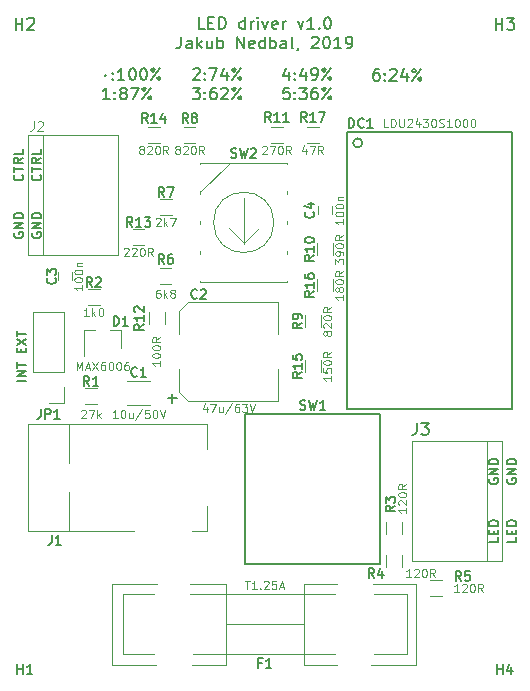
<source format=gto>
G04 #@! TF.GenerationSoftware,KiCad,Pcbnew,5.1.2-f72e74a~84~ubuntu16.04.1*
G04 #@! TF.CreationDate,2019-06-07T11:45:15+01:00*
G04 #@! TF.ProjectId,LEDregulator,4c454472-6567-4756-9c61-746f722e6b69,rev?*
G04 #@! TF.SameCoordinates,Original*
G04 #@! TF.FileFunction,Legend,Top*
G04 #@! TF.FilePolarity,Positive*
%FSLAX46Y46*%
G04 Gerber Fmt 4.6, Leading zero omitted, Abs format (unit mm)*
G04 Created by KiCad (PCBNEW 5.1.2-f72e74a~84~ubuntu16.04.1) date 2019-06-07 11:45:15*
%MOMM*%
%LPD*%
G04 APERTURE LIST*
%ADD10C,0.150000*%
%ADD11C,0.120000*%
G04 APERTURE END LIST*
D10*
X161016904Y-82810285D02*
X161016904Y-83191238D01*
X160216904Y-83191238D01*
X160597857Y-82543619D02*
X160597857Y-82276952D01*
X161016904Y-82162666D02*
X161016904Y-82543619D01*
X160216904Y-82543619D01*
X160216904Y-82162666D01*
X161016904Y-81819809D02*
X160216904Y-81819809D01*
X160216904Y-81629333D01*
X160255000Y-81515047D01*
X160331190Y-81438857D01*
X160407380Y-81400761D01*
X160559761Y-81362666D01*
X160674047Y-81362666D01*
X160826428Y-81400761D01*
X160902619Y-81438857D01*
X160978809Y-81515047D01*
X161016904Y-81629333D01*
X161016904Y-81819809D01*
X160255000Y-77825523D02*
X160216904Y-77901714D01*
X160216904Y-78016000D01*
X160255000Y-78130285D01*
X160331190Y-78206476D01*
X160407380Y-78244571D01*
X160559761Y-78282666D01*
X160674047Y-78282666D01*
X160826428Y-78244571D01*
X160902619Y-78206476D01*
X160978809Y-78130285D01*
X161016904Y-78016000D01*
X161016904Y-77939809D01*
X160978809Y-77825523D01*
X160940714Y-77787428D01*
X160674047Y-77787428D01*
X160674047Y-77939809D01*
X161016904Y-77444571D02*
X160216904Y-77444571D01*
X161016904Y-76987428D01*
X160216904Y-76987428D01*
X161016904Y-76606476D02*
X160216904Y-76606476D01*
X160216904Y-76416000D01*
X160255000Y-76301714D01*
X160331190Y-76225523D01*
X160407380Y-76187428D01*
X160559761Y-76149333D01*
X160674047Y-76149333D01*
X160826428Y-76187428D01*
X160902619Y-76225523D01*
X160978809Y-76301714D01*
X161016904Y-76416000D01*
X161016904Y-76606476D01*
X119157714Y-52088952D02*
X119195809Y-52127047D01*
X119233904Y-52241333D01*
X119233904Y-52317523D01*
X119195809Y-52431809D01*
X119119619Y-52508000D01*
X119043428Y-52546095D01*
X118891047Y-52584190D01*
X118776761Y-52584190D01*
X118624380Y-52546095D01*
X118548190Y-52508000D01*
X118472000Y-52431809D01*
X118433904Y-52317523D01*
X118433904Y-52241333D01*
X118472000Y-52127047D01*
X118510095Y-52088952D01*
X118433904Y-51860380D02*
X118433904Y-51403238D01*
X119233904Y-51631809D02*
X118433904Y-51631809D01*
X119233904Y-50679428D02*
X118852952Y-50946095D01*
X119233904Y-51136571D02*
X118433904Y-51136571D01*
X118433904Y-50831809D01*
X118472000Y-50755619D01*
X118510095Y-50717523D01*
X118586285Y-50679428D01*
X118700571Y-50679428D01*
X118776761Y-50717523D01*
X118814857Y-50755619D01*
X118852952Y-50831809D01*
X118852952Y-51136571D01*
X119233904Y-49955619D02*
X119233904Y-50336571D01*
X118433904Y-50336571D01*
X118472000Y-56997523D02*
X118433904Y-57073714D01*
X118433904Y-57188000D01*
X118472000Y-57302285D01*
X118548190Y-57378476D01*
X118624380Y-57416571D01*
X118776761Y-57454666D01*
X118891047Y-57454666D01*
X119043428Y-57416571D01*
X119119619Y-57378476D01*
X119195809Y-57302285D01*
X119233904Y-57188000D01*
X119233904Y-57111809D01*
X119195809Y-56997523D01*
X119157714Y-56959428D01*
X118891047Y-56959428D01*
X118891047Y-57111809D01*
X119233904Y-56616571D02*
X118433904Y-56616571D01*
X119233904Y-56159428D01*
X118433904Y-56159428D01*
X119233904Y-55778476D02*
X118433904Y-55778476D01*
X118433904Y-55588000D01*
X118472000Y-55473714D01*
X118548190Y-55397523D01*
X118624380Y-55359428D01*
X118776761Y-55321333D01*
X118891047Y-55321333D01*
X119043428Y-55359428D01*
X119119619Y-55397523D01*
X119195809Y-55473714D01*
X119233904Y-55588000D01*
X119233904Y-55778476D01*
X149354166Y-43140380D02*
X149163690Y-43140380D01*
X149068452Y-43188000D01*
X149020833Y-43235619D01*
X148925595Y-43378476D01*
X148877976Y-43568952D01*
X148877976Y-43949904D01*
X148925595Y-44045142D01*
X148973214Y-44092761D01*
X149068452Y-44140380D01*
X149258928Y-44140380D01*
X149354166Y-44092761D01*
X149401785Y-44045142D01*
X149449404Y-43949904D01*
X149449404Y-43711809D01*
X149401785Y-43616571D01*
X149354166Y-43568952D01*
X149258928Y-43521333D01*
X149068452Y-43521333D01*
X148973214Y-43568952D01*
X148925595Y-43616571D01*
X148877976Y-43711809D01*
X149877976Y-44045142D02*
X149925595Y-44092761D01*
X149877976Y-44140380D01*
X149830357Y-44092761D01*
X149877976Y-44045142D01*
X149877976Y-44140380D01*
X149877976Y-43521333D02*
X149925595Y-43568952D01*
X149877976Y-43616571D01*
X149830357Y-43568952D01*
X149877976Y-43521333D01*
X149877976Y-43616571D01*
X150306547Y-43235619D02*
X150354166Y-43188000D01*
X150449404Y-43140380D01*
X150687500Y-43140380D01*
X150782738Y-43188000D01*
X150830357Y-43235619D01*
X150877976Y-43330857D01*
X150877976Y-43426095D01*
X150830357Y-43568952D01*
X150258928Y-44140380D01*
X150877976Y-44140380D01*
X151735119Y-43473714D02*
X151735119Y-44140380D01*
X151497023Y-43092761D02*
X151258928Y-43807047D01*
X151877976Y-43807047D01*
X152211309Y-44140380D02*
X152973214Y-43140380D01*
X152354166Y-43140380D02*
X152449404Y-43188000D01*
X152497023Y-43283238D01*
X152449404Y-43378476D01*
X152354166Y-43426095D01*
X152258928Y-43378476D01*
X152211309Y-43283238D01*
X152258928Y-43188000D01*
X152354166Y-43140380D01*
X152925595Y-44092761D02*
X152973214Y-43997523D01*
X152925595Y-43902285D01*
X152830357Y-43854666D01*
X152735119Y-43902285D01*
X152687500Y-43997523D01*
X152735119Y-44092761D01*
X152830357Y-44140380D01*
X152925595Y-44092761D01*
X141734166Y-43410714D02*
X141734166Y-44077380D01*
X141496071Y-43029761D02*
X141257976Y-43744047D01*
X141877023Y-43744047D01*
X142257976Y-43982142D02*
X142305595Y-44029761D01*
X142257976Y-44077380D01*
X142210357Y-44029761D01*
X142257976Y-43982142D01*
X142257976Y-44077380D01*
X142257976Y-43458333D02*
X142305595Y-43505952D01*
X142257976Y-43553571D01*
X142210357Y-43505952D01*
X142257976Y-43458333D01*
X142257976Y-43553571D01*
X143162738Y-43410714D02*
X143162738Y-44077380D01*
X142924642Y-43029761D02*
X142686547Y-43744047D01*
X143305595Y-43744047D01*
X143734166Y-44077380D02*
X143924642Y-44077380D01*
X144019880Y-44029761D01*
X144067500Y-43982142D01*
X144162738Y-43839285D01*
X144210357Y-43648809D01*
X144210357Y-43267857D01*
X144162738Y-43172619D01*
X144115119Y-43125000D01*
X144019880Y-43077380D01*
X143829404Y-43077380D01*
X143734166Y-43125000D01*
X143686547Y-43172619D01*
X143638928Y-43267857D01*
X143638928Y-43505952D01*
X143686547Y-43601190D01*
X143734166Y-43648809D01*
X143829404Y-43696428D01*
X144019880Y-43696428D01*
X144115119Y-43648809D01*
X144162738Y-43601190D01*
X144210357Y-43505952D01*
X144591309Y-44077380D02*
X145353214Y-43077380D01*
X144734166Y-43077380D02*
X144829404Y-43125000D01*
X144877023Y-43220238D01*
X144829404Y-43315476D01*
X144734166Y-43363095D01*
X144638928Y-43315476D01*
X144591309Y-43220238D01*
X144638928Y-43125000D01*
X144734166Y-43077380D01*
X145305595Y-44029761D02*
X145353214Y-43934523D01*
X145305595Y-43839285D01*
X145210357Y-43791666D01*
X145115119Y-43839285D01*
X145067500Y-43934523D01*
X145115119Y-44029761D01*
X145210357Y-44077380D01*
X145305595Y-44029761D01*
X141781785Y-44727380D02*
X141305595Y-44727380D01*
X141257976Y-45203571D01*
X141305595Y-45155952D01*
X141400833Y-45108333D01*
X141638928Y-45108333D01*
X141734166Y-45155952D01*
X141781785Y-45203571D01*
X141829404Y-45298809D01*
X141829404Y-45536904D01*
X141781785Y-45632142D01*
X141734166Y-45679761D01*
X141638928Y-45727380D01*
X141400833Y-45727380D01*
X141305595Y-45679761D01*
X141257976Y-45632142D01*
X142257976Y-45632142D02*
X142305595Y-45679761D01*
X142257976Y-45727380D01*
X142210357Y-45679761D01*
X142257976Y-45632142D01*
X142257976Y-45727380D01*
X142257976Y-45108333D02*
X142305595Y-45155952D01*
X142257976Y-45203571D01*
X142210357Y-45155952D01*
X142257976Y-45108333D01*
X142257976Y-45203571D01*
X142638928Y-44727380D02*
X143257976Y-44727380D01*
X142924642Y-45108333D01*
X143067500Y-45108333D01*
X143162738Y-45155952D01*
X143210357Y-45203571D01*
X143257976Y-45298809D01*
X143257976Y-45536904D01*
X143210357Y-45632142D01*
X143162738Y-45679761D01*
X143067500Y-45727380D01*
X142781785Y-45727380D01*
X142686547Y-45679761D01*
X142638928Y-45632142D01*
X144115119Y-44727380D02*
X143924642Y-44727380D01*
X143829404Y-44775000D01*
X143781785Y-44822619D01*
X143686547Y-44965476D01*
X143638928Y-45155952D01*
X143638928Y-45536904D01*
X143686547Y-45632142D01*
X143734166Y-45679761D01*
X143829404Y-45727380D01*
X144019880Y-45727380D01*
X144115119Y-45679761D01*
X144162738Y-45632142D01*
X144210357Y-45536904D01*
X144210357Y-45298809D01*
X144162738Y-45203571D01*
X144115119Y-45155952D01*
X144019880Y-45108333D01*
X143829404Y-45108333D01*
X143734166Y-45155952D01*
X143686547Y-45203571D01*
X143638928Y-45298809D01*
X144591309Y-45727380D02*
X145353214Y-44727380D01*
X144734166Y-44727380D02*
X144829404Y-44775000D01*
X144877023Y-44870238D01*
X144829404Y-44965476D01*
X144734166Y-45013095D01*
X144638928Y-44965476D01*
X144591309Y-44870238D01*
X144638928Y-44775000D01*
X144734166Y-44727380D01*
X145305595Y-45679761D02*
X145353214Y-45584523D01*
X145305595Y-45489285D01*
X145210357Y-45441666D01*
X145115119Y-45489285D01*
X145067500Y-45584523D01*
X145115119Y-45679761D01*
X145210357Y-45727380D01*
X145305595Y-45679761D01*
X133637976Y-43172619D02*
X133685595Y-43125000D01*
X133780833Y-43077380D01*
X134018928Y-43077380D01*
X134114166Y-43125000D01*
X134161785Y-43172619D01*
X134209404Y-43267857D01*
X134209404Y-43363095D01*
X134161785Y-43505952D01*
X133590357Y-44077380D01*
X134209404Y-44077380D01*
X134637976Y-43982142D02*
X134685595Y-44029761D01*
X134637976Y-44077380D01*
X134590357Y-44029761D01*
X134637976Y-43982142D01*
X134637976Y-44077380D01*
X134637976Y-43458333D02*
X134685595Y-43505952D01*
X134637976Y-43553571D01*
X134590357Y-43505952D01*
X134637976Y-43458333D01*
X134637976Y-43553571D01*
X135018928Y-43077380D02*
X135685595Y-43077380D01*
X135257023Y-44077380D01*
X136495119Y-43410714D02*
X136495119Y-44077380D01*
X136257023Y-43029761D02*
X136018928Y-43744047D01*
X136637976Y-43744047D01*
X136971309Y-44077380D02*
X137733214Y-43077380D01*
X137114166Y-43077380D02*
X137209404Y-43125000D01*
X137257023Y-43220238D01*
X137209404Y-43315476D01*
X137114166Y-43363095D01*
X137018928Y-43315476D01*
X136971309Y-43220238D01*
X137018928Y-43125000D01*
X137114166Y-43077380D01*
X137685595Y-44029761D02*
X137733214Y-43934523D01*
X137685595Y-43839285D01*
X137590357Y-43791666D01*
X137495119Y-43839285D01*
X137447500Y-43934523D01*
X137495119Y-44029761D01*
X137590357Y-44077380D01*
X137685595Y-44029761D01*
X133590357Y-44727380D02*
X134209404Y-44727380D01*
X133876071Y-45108333D01*
X134018928Y-45108333D01*
X134114166Y-45155952D01*
X134161785Y-45203571D01*
X134209404Y-45298809D01*
X134209404Y-45536904D01*
X134161785Y-45632142D01*
X134114166Y-45679761D01*
X134018928Y-45727380D01*
X133733214Y-45727380D01*
X133637976Y-45679761D01*
X133590357Y-45632142D01*
X134637976Y-45632142D02*
X134685595Y-45679761D01*
X134637976Y-45727380D01*
X134590357Y-45679761D01*
X134637976Y-45632142D01*
X134637976Y-45727380D01*
X134637976Y-45108333D02*
X134685595Y-45155952D01*
X134637976Y-45203571D01*
X134590357Y-45155952D01*
X134637976Y-45108333D01*
X134637976Y-45203571D01*
X135542738Y-44727380D02*
X135352261Y-44727380D01*
X135257023Y-44775000D01*
X135209404Y-44822619D01*
X135114166Y-44965476D01*
X135066547Y-45155952D01*
X135066547Y-45536904D01*
X135114166Y-45632142D01*
X135161785Y-45679761D01*
X135257023Y-45727380D01*
X135447500Y-45727380D01*
X135542738Y-45679761D01*
X135590357Y-45632142D01*
X135637976Y-45536904D01*
X135637976Y-45298809D01*
X135590357Y-45203571D01*
X135542738Y-45155952D01*
X135447500Y-45108333D01*
X135257023Y-45108333D01*
X135161785Y-45155952D01*
X135114166Y-45203571D01*
X135066547Y-45298809D01*
X136018928Y-44822619D02*
X136066547Y-44775000D01*
X136161785Y-44727380D01*
X136399880Y-44727380D01*
X136495119Y-44775000D01*
X136542738Y-44822619D01*
X136590357Y-44917857D01*
X136590357Y-45013095D01*
X136542738Y-45155952D01*
X135971309Y-45727380D01*
X136590357Y-45727380D01*
X136971309Y-45727380D02*
X137733214Y-44727380D01*
X137114166Y-44727380D02*
X137209404Y-44775000D01*
X137257023Y-44870238D01*
X137209404Y-44965476D01*
X137114166Y-45013095D01*
X137018928Y-44965476D01*
X136971309Y-44870238D01*
X137018928Y-44775000D01*
X137114166Y-44727380D01*
X137685595Y-45679761D02*
X137733214Y-45584523D01*
X137685595Y-45489285D01*
X137590357Y-45441666D01*
X137495119Y-45489285D01*
X137447500Y-45584523D01*
X137495119Y-45679761D01*
X137590357Y-45727380D01*
X137685595Y-45679761D01*
X126208452Y-43648809D02*
X126160833Y-43696428D01*
X126208452Y-43744047D01*
X126256071Y-43696428D01*
X126208452Y-43648809D01*
X126208452Y-43744047D01*
X126827500Y-43982142D02*
X126875119Y-44029761D01*
X126827500Y-44077380D01*
X126779880Y-44029761D01*
X126827500Y-43982142D01*
X126827500Y-44077380D01*
X126827500Y-43458333D02*
X126875119Y-43505952D01*
X126827500Y-43553571D01*
X126779880Y-43505952D01*
X126827500Y-43458333D01*
X126827500Y-43553571D01*
X127827500Y-44077380D02*
X127256071Y-44077380D01*
X127541785Y-44077380D02*
X127541785Y-43077380D01*
X127446547Y-43220238D01*
X127351309Y-43315476D01*
X127256071Y-43363095D01*
X128446547Y-43077380D02*
X128541785Y-43077380D01*
X128637023Y-43125000D01*
X128684642Y-43172619D01*
X128732261Y-43267857D01*
X128779880Y-43458333D01*
X128779880Y-43696428D01*
X128732261Y-43886904D01*
X128684642Y-43982142D01*
X128637023Y-44029761D01*
X128541785Y-44077380D01*
X128446547Y-44077380D01*
X128351309Y-44029761D01*
X128303690Y-43982142D01*
X128256071Y-43886904D01*
X128208452Y-43696428D01*
X128208452Y-43458333D01*
X128256071Y-43267857D01*
X128303690Y-43172619D01*
X128351309Y-43125000D01*
X128446547Y-43077380D01*
X129398928Y-43077380D02*
X129494166Y-43077380D01*
X129589404Y-43125000D01*
X129637023Y-43172619D01*
X129684642Y-43267857D01*
X129732261Y-43458333D01*
X129732261Y-43696428D01*
X129684642Y-43886904D01*
X129637023Y-43982142D01*
X129589404Y-44029761D01*
X129494166Y-44077380D01*
X129398928Y-44077380D01*
X129303690Y-44029761D01*
X129256071Y-43982142D01*
X129208452Y-43886904D01*
X129160833Y-43696428D01*
X129160833Y-43458333D01*
X129208452Y-43267857D01*
X129256071Y-43172619D01*
X129303690Y-43125000D01*
X129398928Y-43077380D01*
X130113214Y-44077380D02*
X130875119Y-43077380D01*
X130256071Y-43077380D02*
X130351309Y-43125000D01*
X130398928Y-43220238D01*
X130351309Y-43315476D01*
X130256071Y-43363095D01*
X130160833Y-43315476D01*
X130113214Y-43220238D01*
X130160833Y-43125000D01*
X130256071Y-43077380D01*
X130827500Y-44029761D02*
X130875119Y-43934523D01*
X130827500Y-43839285D01*
X130732261Y-43791666D01*
X130637023Y-43839285D01*
X130589404Y-43934523D01*
X130637023Y-44029761D01*
X130732261Y-44077380D01*
X130827500Y-44029761D01*
X126589404Y-45727380D02*
X126017976Y-45727380D01*
X126303690Y-45727380D02*
X126303690Y-44727380D01*
X126208452Y-44870238D01*
X126113214Y-44965476D01*
X126017976Y-45013095D01*
X127017976Y-45632142D02*
X127065595Y-45679761D01*
X127017976Y-45727380D01*
X126970357Y-45679761D01*
X127017976Y-45632142D01*
X127017976Y-45727380D01*
X127017976Y-45108333D02*
X127065595Y-45155952D01*
X127017976Y-45203571D01*
X126970357Y-45155952D01*
X127017976Y-45108333D01*
X127017976Y-45203571D01*
X127637023Y-45155952D02*
X127541785Y-45108333D01*
X127494166Y-45060714D01*
X127446547Y-44965476D01*
X127446547Y-44917857D01*
X127494166Y-44822619D01*
X127541785Y-44775000D01*
X127637023Y-44727380D01*
X127827500Y-44727380D01*
X127922738Y-44775000D01*
X127970357Y-44822619D01*
X128017976Y-44917857D01*
X128017976Y-44965476D01*
X127970357Y-45060714D01*
X127922738Y-45108333D01*
X127827500Y-45155952D01*
X127637023Y-45155952D01*
X127541785Y-45203571D01*
X127494166Y-45251190D01*
X127446547Y-45346428D01*
X127446547Y-45536904D01*
X127494166Y-45632142D01*
X127541785Y-45679761D01*
X127637023Y-45727380D01*
X127827500Y-45727380D01*
X127922738Y-45679761D01*
X127970357Y-45632142D01*
X128017976Y-45536904D01*
X128017976Y-45346428D01*
X127970357Y-45251190D01*
X127922738Y-45203571D01*
X127827500Y-45155952D01*
X128351309Y-44727380D02*
X129017976Y-44727380D01*
X128589404Y-45727380D01*
X129351309Y-45727380D02*
X130113214Y-44727380D01*
X129494166Y-44727380D02*
X129589404Y-44775000D01*
X129637023Y-44870238D01*
X129589404Y-44965476D01*
X129494166Y-45013095D01*
X129398928Y-44965476D01*
X129351309Y-44870238D01*
X129398928Y-44775000D01*
X129494166Y-44727380D01*
X130065595Y-45679761D02*
X130113214Y-45584523D01*
X130065595Y-45489285D01*
X129970357Y-45441666D01*
X129875119Y-45489285D01*
X129827500Y-45584523D01*
X129875119Y-45679761D01*
X129970357Y-45727380D01*
X130065595Y-45679761D01*
X134604761Y-39759380D02*
X134128571Y-39759380D01*
X134128571Y-38759380D01*
X134938095Y-39235571D02*
X135271428Y-39235571D01*
X135414285Y-39759380D02*
X134938095Y-39759380D01*
X134938095Y-38759380D01*
X135414285Y-38759380D01*
X135842857Y-39759380D02*
X135842857Y-38759380D01*
X136080952Y-38759380D01*
X136223809Y-38807000D01*
X136319047Y-38902238D01*
X136366666Y-38997476D01*
X136414285Y-39187952D01*
X136414285Y-39330809D01*
X136366666Y-39521285D01*
X136319047Y-39616523D01*
X136223809Y-39711761D01*
X136080952Y-39759380D01*
X135842857Y-39759380D01*
X138033333Y-39759380D02*
X138033333Y-38759380D01*
X138033333Y-39711761D02*
X137938095Y-39759380D01*
X137747619Y-39759380D01*
X137652380Y-39711761D01*
X137604761Y-39664142D01*
X137557142Y-39568904D01*
X137557142Y-39283190D01*
X137604761Y-39187952D01*
X137652380Y-39140333D01*
X137747619Y-39092714D01*
X137938095Y-39092714D01*
X138033333Y-39140333D01*
X138509523Y-39759380D02*
X138509523Y-39092714D01*
X138509523Y-39283190D02*
X138557142Y-39187952D01*
X138604761Y-39140333D01*
X138700000Y-39092714D01*
X138795238Y-39092714D01*
X139128571Y-39759380D02*
X139128571Y-39092714D01*
X139128571Y-38759380D02*
X139080952Y-38807000D01*
X139128571Y-38854619D01*
X139176190Y-38807000D01*
X139128571Y-38759380D01*
X139128571Y-38854619D01*
X139509523Y-39092714D02*
X139747619Y-39759380D01*
X139985714Y-39092714D01*
X140747619Y-39711761D02*
X140652380Y-39759380D01*
X140461904Y-39759380D01*
X140366666Y-39711761D01*
X140319047Y-39616523D01*
X140319047Y-39235571D01*
X140366666Y-39140333D01*
X140461904Y-39092714D01*
X140652380Y-39092714D01*
X140747619Y-39140333D01*
X140795238Y-39235571D01*
X140795238Y-39330809D01*
X140319047Y-39426047D01*
X141223809Y-39759380D02*
X141223809Y-39092714D01*
X141223809Y-39283190D02*
X141271428Y-39187952D01*
X141319047Y-39140333D01*
X141414285Y-39092714D01*
X141509523Y-39092714D01*
X142509523Y-39092714D02*
X142747619Y-39759380D01*
X142985714Y-39092714D01*
X143890476Y-39759380D02*
X143319047Y-39759380D01*
X143604761Y-39759380D02*
X143604761Y-38759380D01*
X143509523Y-38902238D01*
X143414285Y-38997476D01*
X143319047Y-39045095D01*
X144319047Y-39664142D02*
X144366666Y-39711761D01*
X144319047Y-39759380D01*
X144271428Y-39711761D01*
X144319047Y-39664142D01*
X144319047Y-39759380D01*
X144985714Y-38759380D02*
X145080952Y-38759380D01*
X145176190Y-38807000D01*
X145223809Y-38854619D01*
X145271428Y-38949857D01*
X145319047Y-39140333D01*
X145319047Y-39378428D01*
X145271428Y-39568904D01*
X145223809Y-39664142D01*
X145176190Y-39711761D01*
X145080952Y-39759380D01*
X144985714Y-39759380D01*
X144890476Y-39711761D01*
X144842857Y-39664142D01*
X144795238Y-39568904D01*
X144747619Y-39378428D01*
X144747619Y-39140333D01*
X144795238Y-38949857D01*
X144842857Y-38854619D01*
X144890476Y-38807000D01*
X144985714Y-38759380D01*
X132604761Y-40409380D02*
X132604761Y-41123666D01*
X132557142Y-41266523D01*
X132461904Y-41361761D01*
X132319047Y-41409380D01*
X132223809Y-41409380D01*
X133509523Y-41409380D02*
X133509523Y-40885571D01*
X133461904Y-40790333D01*
X133366666Y-40742714D01*
X133176190Y-40742714D01*
X133080952Y-40790333D01*
X133509523Y-41361761D02*
X133414285Y-41409380D01*
X133176190Y-41409380D01*
X133080952Y-41361761D01*
X133033333Y-41266523D01*
X133033333Y-41171285D01*
X133080952Y-41076047D01*
X133176190Y-41028428D01*
X133414285Y-41028428D01*
X133509523Y-40980809D01*
X133985714Y-41409380D02*
X133985714Y-40409380D01*
X134080952Y-41028428D02*
X134366666Y-41409380D01*
X134366666Y-40742714D02*
X133985714Y-41123666D01*
X135223809Y-40742714D02*
X135223809Y-41409380D01*
X134795238Y-40742714D02*
X134795238Y-41266523D01*
X134842857Y-41361761D01*
X134938095Y-41409380D01*
X135080952Y-41409380D01*
X135176190Y-41361761D01*
X135223809Y-41314142D01*
X135700000Y-41409380D02*
X135700000Y-40409380D01*
X135700000Y-40790333D02*
X135795238Y-40742714D01*
X135985714Y-40742714D01*
X136080952Y-40790333D01*
X136128571Y-40837952D01*
X136176190Y-40933190D01*
X136176190Y-41218904D01*
X136128571Y-41314142D01*
X136080952Y-41361761D01*
X135985714Y-41409380D01*
X135795238Y-41409380D01*
X135700000Y-41361761D01*
X137366666Y-41409380D02*
X137366666Y-40409380D01*
X137938095Y-41409380D01*
X137938095Y-40409380D01*
X138795238Y-41361761D02*
X138700000Y-41409380D01*
X138509523Y-41409380D01*
X138414285Y-41361761D01*
X138366666Y-41266523D01*
X138366666Y-40885571D01*
X138414285Y-40790333D01*
X138509523Y-40742714D01*
X138700000Y-40742714D01*
X138795238Y-40790333D01*
X138842857Y-40885571D01*
X138842857Y-40980809D01*
X138366666Y-41076047D01*
X139700000Y-41409380D02*
X139700000Y-40409380D01*
X139700000Y-41361761D02*
X139604761Y-41409380D01*
X139414285Y-41409380D01*
X139319047Y-41361761D01*
X139271428Y-41314142D01*
X139223809Y-41218904D01*
X139223809Y-40933190D01*
X139271428Y-40837952D01*
X139319047Y-40790333D01*
X139414285Y-40742714D01*
X139604761Y-40742714D01*
X139700000Y-40790333D01*
X140176190Y-41409380D02*
X140176190Y-40409380D01*
X140176190Y-40790333D02*
X140271428Y-40742714D01*
X140461904Y-40742714D01*
X140557142Y-40790333D01*
X140604761Y-40837952D01*
X140652380Y-40933190D01*
X140652380Y-41218904D01*
X140604761Y-41314142D01*
X140557142Y-41361761D01*
X140461904Y-41409380D01*
X140271428Y-41409380D01*
X140176190Y-41361761D01*
X141509523Y-41409380D02*
X141509523Y-40885571D01*
X141461904Y-40790333D01*
X141366666Y-40742714D01*
X141176190Y-40742714D01*
X141080952Y-40790333D01*
X141509523Y-41361761D02*
X141414285Y-41409380D01*
X141176190Y-41409380D01*
X141080952Y-41361761D01*
X141033333Y-41266523D01*
X141033333Y-41171285D01*
X141080952Y-41076047D01*
X141176190Y-41028428D01*
X141414285Y-41028428D01*
X141509523Y-40980809D01*
X142128571Y-41409380D02*
X142033333Y-41361761D01*
X141985714Y-41266523D01*
X141985714Y-40409380D01*
X142557142Y-41361761D02*
X142557142Y-41409380D01*
X142509523Y-41504619D01*
X142461904Y-41552238D01*
X143700000Y-40504619D02*
X143747619Y-40457000D01*
X143842857Y-40409380D01*
X144080952Y-40409380D01*
X144176190Y-40457000D01*
X144223809Y-40504619D01*
X144271428Y-40599857D01*
X144271428Y-40695095D01*
X144223809Y-40837952D01*
X143652380Y-41409380D01*
X144271428Y-41409380D01*
X144890476Y-40409380D02*
X144985714Y-40409380D01*
X145080952Y-40457000D01*
X145128571Y-40504619D01*
X145176190Y-40599857D01*
X145223809Y-40790333D01*
X145223809Y-41028428D01*
X145176190Y-41218904D01*
X145128571Y-41314142D01*
X145080952Y-41361761D01*
X144985714Y-41409380D01*
X144890476Y-41409380D01*
X144795238Y-41361761D01*
X144747619Y-41314142D01*
X144700000Y-41218904D01*
X144652380Y-41028428D01*
X144652380Y-40790333D01*
X144700000Y-40599857D01*
X144747619Y-40504619D01*
X144795238Y-40457000D01*
X144890476Y-40409380D01*
X146176190Y-41409380D02*
X145604761Y-41409380D01*
X145890476Y-41409380D02*
X145890476Y-40409380D01*
X145795238Y-40552238D01*
X145700000Y-40647476D01*
X145604761Y-40695095D01*
X146652380Y-41409380D02*
X146842857Y-41409380D01*
X146938095Y-41361761D01*
X146985714Y-41314142D01*
X147080952Y-41171285D01*
X147128571Y-40980809D01*
X147128571Y-40599857D01*
X147080952Y-40504619D01*
X147033333Y-40457000D01*
X146938095Y-40409380D01*
X146747619Y-40409380D01*
X146652380Y-40457000D01*
X146604761Y-40504619D01*
X146557142Y-40599857D01*
X146557142Y-40837952D01*
X146604761Y-40933190D01*
X146652380Y-40980809D01*
X146747619Y-41028428D01*
X146938095Y-41028428D01*
X147033333Y-40980809D01*
X147080952Y-40933190D01*
X147128571Y-40837952D01*
X119068857Y-67151142D02*
X119068857Y-66884476D01*
X119487904Y-66770190D02*
X119487904Y-67151142D01*
X118687904Y-67151142D01*
X118687904Y-66770190D01*
X118687904Y-66503523D02*
X119487904Y-65970190D01*
X118687904Y-65970190D02*
X119487904Y-66503523D01*
X118687904Y-65779714D02*
X118687904Y-65322571D01*
X119487904Y-65551142D02*
X118687904Y-65551142D01*
X119487904Y-69557809D02*
X118687904Y-69557809D01*
X119487904Y-69176857D02*
X118687904Y-69176857D01*
X119487904Y-68719714D01*
X118687904Y-68719714D01*
X118687904Y-68453047D02*
X118687904Y-67995904D01*
X119487904Y-68224476D02*
X118687904Y-68224476D01*
X119996000Y-56997523D02*
X119957904Y-57073714D01*
X119957904Y-57188000D01*
X119996000Y-57302285D01*
X120072190Y-57378476D01*
X120148380Y-57416571D01*
X120300761Y-57454666D01*
X120415047Y-57454666D01*
X120567428Y-57416571D01*
X120643619Y-57378476D01*
X120719809Y-57302285D01*
X120757904Y-57188000D01*
X120757904Y-57111809D01*
X120719809Y-56997523D01*
X120681714Y-56959428D01*
X120415047Y-56959428D01*
X120415047Y-57111809D01*
X120757904Y-56616571D02*
X119957904Y-56616571D01*
X120757904Y-56159428D01*
X119957904Y-56159428D01*
X120757904Y-55778476D02*
X119957904Y-55778476D01*
X119957904Y-55588000D01*
X119996000Y-55473714D01*
X120072190Y-55397523D01*
X120148380Y-55359428D01*
X120300761Y-55321333D01*
X120415047Y-55321333D01*
X120567428Y-55359428D01*
X120643619Y-55397523D01*
X120719809Y-55473714D01*
X120757904Y-55588000D01*
X120757904Y-55778476D01*
X120681714Y-52088952D02*
X120719809Y-52127047D01*
X120757904Y-52241333D01*
X120757904Y-52317523D01*
X120719809Y-52431809D01*
X120643619Y-52508000D01*
X120567428Y-52546095D01*
X120415047Y-52584190D01*
X120300761Y-52584190D01*
X120148380Y-52546095D01*
X120072190Y-52508000D01*
X119996000Y-52431809D01*
X119957904Y-52317523D01*
X119957904Y-52241333D01*
X119996000Y-52127047D01*
X120034095Y-52088952D01*
X119957904Y-51860380D02*
X119957904Y-51403238D01*
X120757904Y-51631809D02*
X119957904Y-51631809D01*
X120757904Y-50679428D02*
X120376952Y-50946095D01*
X120757904Y-51136571D02*
X119957904Y-51136571D01*
X119957904Y-50831809D01*
X119996000Y-50755619D01*
X120034095Y-50717523D01*
X120110285Y-50679428D01*
X120224571Y-50679428D01*
X120300761Y-50717523D01*
X120338857Y-50755619D01*
X120376952Y-50831809D01*
X120376952Y-51136571D01*
X120757904Y-49955619D02*
X120757904Y-50336571D01*
X119957904Y-50336571D01*
X159492904Y-82810285D02*
X159492904Y-83191238D01*
X158692904Y-83191238D01*
X159073857Y-82543619D02*
X159073857Y-82276952D01*
X159492904Y-82162666D02*
X159492904Y-82543619D01*
X158692904Y-82543619D01*
X158692904Y-82162666D01*
X159492904Y-81819809D02*
X158692904Y-81819809D01*
X158692904Y-81629333D01*
X158731000Y-81515047D01*
X158807190Y-81438857D01*
X158883380Y-81400761D01*
X159035761Y-81362666D01*
X159150047Y-81362666D01*
X159302428Y-81400761D01*
X159378619Y-81438857D01*
X159454809Y-81515047D01*
X159492904Y-81629333D01*
X159492904Y-81819809D01*
X158731000Y-77825523D02*
X158692904Y-77901714D01*
X158692904Y-78016000D01*
X158731000Y-78130285D01*
X158807190Y-78206476D01*
X158883380Y-78244571D01*
X159035761Y-78282666D01*
X159150047Y-78282666D01*
X159302428Y-78244571D01*
X159378619Y-78206476D01*
X159454809Y-78130285D01*
X159492904Y-78016000D01*
X159492904Y-77939809D01*
X159454809Y-77825523D01*
X159416714Y-77787428D01*
X159150047Y-77787428D01*
X159150047Y-77939809D01*
X159492904Y-77444571D02*
X158692904Y-77444571D01*
X159492904Y-76987428D01*
X158692904Y-76987428D01*
X159492904Y-76606476D02*
X158692904Y-76606476D01*
X158692904Y-76416000D01*
X158731000Y-76301714D01*
X158807190Y-76225523D01*
X158883380Y-76187428D01*
X159035761Y-76149333D01*
X159150047Y-76149333D01*
X159302428Y-76187428D01*
X159378619Y-76225523D01*
X159454809Y-76301714D01*
X159492904Y-76416000D01*
X159492904Y-76606476D01*
D11*
X134252000Y-61174000D02*
X141592000Y-61174000D01*
X134252000Y-61174000D02*
X134252000Y-61094000D01*
X141592000Y-61174000D02*
X141592000Y-61094000D01*
X140482000Y-56134000D02*
G75*
G03X140482000Y-56134000I-2560000J0D01*
G01*
X134252000Y-51174000D02*
X134252000Y-51094000D01*
X134252000Y-51094000D02*
X141592000Y-51094000D01*
X141592000Y-51094000D02*
X141592000Y-51174000D01*
X134252000Y-58554000D02*
X134252000Y-58794000D01*
X141592000Y-58794000D02*
X141592000Y-58554000D01*
X134252000Y-53474000D02*
X134252000Y-53714000D01*
X134252000Y-56014000D02*
X134252000Y-56254000D01*
X141592000Y-53474000D02*
X141592000Y-53714000D01*
X141592000Y-56014000D02*
X141592000Y-56254000D01*
X134252000Y-53594000D02*
X136752000Y-51094000D01*
X137922000Y-54102000D02*
X137922000Y-57942000D01*
X137922000Y-57912000D02*
X139202000Y-56632000D01*
X136642000Y-56632000D02*
X137922000Y-57912000D01*
X128032000Y-71632000D02*
X130032000Y-71632000D01*
X130032000Y-69592000D02*
X128032000Y-69592000D01*
X133220000Y-62866000D02*
X140840000Y-62866000D01*
X132460000Y-63626000D02*
X133220000Y-62866000D01*
X133220000Y-71246000D02*
X132460000Y-70486000D01*
X140840000Y-71246000D02*
X133220000Y-71246000D01*
X140840000Y-62866000D02*
X140840000Y-65546000D01*
X140840000Y-71246000D02*
X140840000Y-68566000D01*
X132460000Y-63626000D02*
X132460000Y-65546000D01*
X132460000Y-70486000D02*
X132460000Y-68566000D01*
X123409000Y-60344000D02*
X123409000Y-61044000D01*
X122209000Y-61044000D02*
X122209000Y-60344000D01*
X144180000Y-55456000D02*
X144180000Y-54756000D01*
X145380000Y-54756000D02*
X145380000Y-55456000D01*
X119634000Y-48768000D02*
X119634000Y-58928000D01*
X127254000Y-48768000D02*
X119634000Y-48768000D01*
X127254000Y-58928000D02*
X127254000Y-48768000D01*
X119634000Y-58928000D02*
X127254000Y-58928000D01*
X120904000Y-58928000D02*
X120904000Y-48768000D01*
X158496000Y-74676000D02*
X158496000Y-84836000D01*
X159766000Y-74676000D02*
X152146000Y-74676000D01*
X152146000Y-74676000D02*
X152146000Y-84836000D01*
X152146000Y-84836000D02*
X159766000Y-84836000D01*
X159766000Y-84836000D02*
X159766000Y-74676000D01*
X125480000Y-71546000D02*
X124480000Y-71546000D01*
X124480000Y-70186000D02*
X125480000Y-70186000D01*
X124734000Y-61804000D02*
X125734000Y-61804000D01*
X125734000Y-63164000D02*
X124734000Y-63164000D01*
X130806000Y-60026000D02*
X131806000Y-60026000D01*
X131806000Y-61386000D02*
X130806000Y-61386000D01*
X131818000Y-55544000D02*
X130818000Y-55544000D01*
X130818000Y-54184000D02*
X131818000Y-54184000D01*
X132838000Y-48088000D02*
X133838000Y-48088000D01*
X133838000Y-49448000D02*
X132838000Y-49448000D01*
X144444000Y-64016000D02*
X144444000Y-65016000D01*
X143084000Y-65016000D02*
X143084000Y-64016000D01*
X145460000Y-57920000D02*
X145460000Y-58920000D01*
X144100000Y-58920000D02*
X144100000Y-57920000D01*
X141228000Y-49448000D02*
X140228000Y-49448000D01*
X140228000Y-48088000D02*
X141228000Y-48088000D01*
X131236000Y-63762000D02*
X131236000Y-64762000D01*
X129876000Y-64762000D02*
X129876000Y-63762000D01*
X129520000Y-58084000D02*
X128520000Y-58084000D01*
X128520000Y-56724000D02*
X129520000Y-56724000D01*
X129814000Y-48088000D02*
X130814000Y-48088000D01*
X130814000Y-49448000D02*
X129814000Y-49448000D01*
X143084000Y-68814000D02*
X143084000Y-67814000D01*
X144444000Y-67814000D02*
X144444000Y-68814000D01*
X144100000Y-61968000D02*
X144100000Y-60968000D01*
X145460000Y-60968000D02*
X145460000Y-61968000D01*
X144264000Y-49448000D02*
X143264000Y-49448000D01*
X143264000Y-48088000D02*
X144264000Y-48088000D01*
X134834000Y-73224000D02*
X134834000Y-75324000D01*
X119634000Y-73224000D02*
X134834000Y-73224000D01*
X133534000Y-82224000D02*
X134834000Y-82224000D01*
X134834000Y-80124000D02*
X134834000Y-82224000D01*
X119634000Y-82224000D02*
X119634000Y-73224000D01*
X128634000Y-82224000D02*
X119634000Y-82224000D01*
X123134000Y-73224000D02*
X123134000Y-76524000D01*
X123134000Y-78924000D02*
X123134000Y-82224000D01*
D10*
X146670000Y-48498000D02*
X160670000Y-48498000D01*
X160670000Y-48498000D02*
X160670000Y-71898000D01*
X160670000Y-71898000D02*
X146670000Y-71898000D01*
X146670000Y-71898000D02*
X146670000Y-48498000D01*
X147955000Y-49403000D02*
G75*
G03X147955000Y-49403000I-381000J0D01*
G01*
D11*
X122742000Y-71434000D02*
X121412000Y-71434000D01*
X122742000Y-70104000D02*
X122742000Y-71434000D01*
X122742000Y-68834000D02*
X120082000Y-68834000D01*
X120082000Y-68834000D02*
X120082000Y-63694000D01*
X122742000Y-68834000D02*
X122742000Y-63694000D01*
X122742000Y-63694000D02*
X120082000Y-63694000D01*
D10*
X138054000Y-72390000D02*
X138054000Y-85090000D01*
X138054000Y-85090000D02*
X149474000Y-85090000D01*
X149474000Y-85090000D02*
X149474000Y-72390000D01*
X149474000Y-72390000D02*
X138054000Y-72390000D01*
D11*
X127564000Y-65280000D02*
X127564000Y-66740000D01*
X124404000Y-65280000D02*
X124404000Y-67440000D01*
X124404000Y-65280000D02*
X125334000Y-65280000D01*
X127564000Y-65280000D02*
X126634000Y-65280000D01*
X136440000Y-87630000D02*
X136440000Y-90170000D01*
X127680000Y-92710000D02*
X127680000Y-87630000D01*
X136440000Y-90170000D02*
X136440000Y-92710000D01*
X143000000Y-87630000D02*
X143000000Y-90170000D01*
X151760000Y-92710000D02*
X151760000Y-87630000D01*
X143000000Y-90170000D02*
X143000000Y-92710000D01*
X145500000Y-92710000D02*
X133940000Y-92710000D01*
X133940000Y-87630000D02*
X145630000Y-87630000D01*
X143000000Y-93600000D02*
X143000000Y-92580000D01*
X143000000Y-86740000D02*
X143000000Y-87630000D01*
X152530000Y-93600000D02*
X152530000Y-86740000D01*
X136440000Y-93600000D02*
X136440000Y-92710000D01*
X136440000Y-86740000D02*
X136440000Y-87630000D01*
X126790000Y-93600000D02*
X126790000Y-86740000D01*
X151760000Y-92710000D02*
X148970000Y-92710000D01*
X143000000Y-92710000D02*
X145670000Y-92710000D01*
X143000000Y-93600000D02*
X145800000Y-93600000D01*
X152530000Y-93600000D02*
X148720000Y-93600000D01*
X151760000Y-87630000D02*
X148970000Y-87630000D01*
X145540000Y-87630000D02*
X143000000Y-87630000D01*
X145540000Y-87630000D02*
X145670000Y-87630000D01*
X143000000Y-86740000D02*
X145800000Y-86740000D01*
X152530000Y-86740000D02*
X148840000Y-86740000D01*
X136440000Y-93600000D02*
X133520000Y-93600000D01*
X126790000Y-93600000D02*
X130470000Y-93600000D01*
X127680000Y-92710000D02*
X130350000Y-92710000D01*
X136440000Y-92710000D02*
X133650000Y-92710000D01*
X127680000Y-87630000D02*
X130350000Y-87630000D01*
X133940000Y-87630000D02*
X133400000Y-87630000D01*
X136440000Y-86740000D02*
X133400000Y-86740000D01*
X126790000Y-86740000D02*
X130600000Y-86740000D01*
X136410000Y-90170000D02*
X142910000Y-90170000D01*
X149942000Y-82530000D02*
X149942000Y-81530000D01*
X151302000Y-81530000D02*
X151302000Y-82530000D01*
X149942000Y-85324000D02*
X149942000Y-84324000D01*
X151302000Y-84324000D02*
X151302000Y-85324000D01*
X154690000Y-87802000D02*
X153690000Y-87802000D01*
X153690000Y-86442000D02*
X154690000Y-86442000D01*
D10*
X136855333Y-50615809D02*
X136969619Y-50653904D01*
X137160095Y-50653904D01*
X137236285Y-50615809D01*
X137274380Y-50577714D01*
X137312476Y-50501523D01*
X137312476Y-50425333D01*
X137274380Y-50349142D01*
X137236285Y-50311047D01*
X137160095Y-50272952D01*
X137007714Y-50234857D01*
X136931523Y-50196761D01*
X136893428Y-50158666D01*
X136855333Y-50082476D01*
X136855333Y-50006285D01*
X136893428Y-49930095D01*
X136931523Y-49892000D01*
X137007714Y-49853904D01*
X137198190Y-49853904D01*
X137312476Y-49892000D01*
X137579142Y-49853904D02*
X137769619Y-50653904D01*
X137922000Y-50082476D01*
X138074380Y-50653904D01*
X138264857Y-49853904D01*
X138531523Y-49930095D02*
X138569619Y-49892000D01*
X138645809Y-49853904D01*
X138836285Y-49853904D01*
X138912476Y-49892000D01*
X138950571Y-49930095D01*
X138988666Y-50006285D01*
X138988666Y-50082476D01*
X138950571Y-50196761D01*
X138493428Y-50653904D01*
X138988666Y-50653904D01*
X128898666Y-69119714D02*
X128860571Y-69157809D01*
X128746285Y-69195904D01*
X128670095Y-69195904D01*
X128555809Y-69157809D01*
X128479619Y-69081619D01*
X128441523Y-69005428D01*
X128403428Y-68853047D01*
X128403428Y-68738761D01*
X128441523Y-68586380D01*
X128479619Y-68510190D01*
X128555809Y-68434000D01*
X128670095Y-68395904D01*
X128746285Y-68395904D01*
X128860571Y-68434000D01*
X128898666Y-68472095D01*
X129660571Y-69195904D02*
X129203428Y-69195904D01*
X129432000Y-69195904D02*
X129432000Y-68395904D01*
X129355809Y-68510190D01*
X129279619Y-68586380D01*
X129203428Y-68624476D01*
D11*
X127248666Y-72706666D02*
X126848666Y-72706666D01*
X127048666Y-72706666D02*
X127048666Y-72006666D01*
X126982000Y-72106666D01*
X126915333Y-72173333D01*
X126848666Y-72206666D01*
X127682000Y-72006666D02*
X127748666Y-72006666D01*
X127815333Y-72040000D01*
X127848666Y-72073333D01*
X127882000Y-72140000D01*
X127915333Y-72273333D01*
X127915333Y-72440000D01*
X127882000Y-72573333D01*
X127848666Y-72640000D01*
X127815333Y-72673333D01*
X127748666Y-72706666D01*
X127682000Y-72706666D01*
X127615333Y-72673333D01*
X127582000Y-72640000D01*
X127548666Y-72573333D01*
X127515333Y-72440000D01*
X127515333Y-72273333D01*
X127548666Y-72140000D01*
X127582000Y-72073333D01*
X127615333Y-72040000D01*
X127682000Y-72006666D01*
X128515333Y-72240000D02*
X128515333Y-72706666D01*
X128215333Y-72240000D02*
X128215333Y-72606666D01*
X128248666Y-72673333D01*
X128315333Y-72706666D01*
X128415333Y-72706666D01*
X128482000Y-72673333D01*
X128515333Y-72640000D01*
X129348666Y-71973333D02*
X128748666Y-72873333D01*
X129915333Y-72006666D02*
X129582000Y-72006666D01*
X129548666Y-72340000D01*
X129582000Y-72306666D01*
X129648666Y-72273333D01*
X129815333Y-72273333D01*
X129882000Y-72306666D01*
X129915333Y-72340000D01*
X129948666Y-72406666D01*
X129948666Y-72573333D01*
X129915333Y-72640000D01*
X129882000Y-72673333D01*
X129815333Y-72706666D01*
X129648666Y-72706666D01*
X129582000Y-72673333D01*
X129548666Y-72640000D01*
X130382000Y-72006666D02*
X130448666Y-72006666D01*
X130515333Y-72040000D01*
X130548666Y-72073333D01*
X130582000Y-72140000D01*
X130615333Y-72273333D01*
X130615333Y-72440000D01*
X130582000Y-72573333D01*
X130548666Y-72640000D01*
X130515333Y-72673333D01*
X130448666Y-72706666D01*
X130382000Y-72706666D01*
X130315333Y-72673333D01*
X130282000Y-72640000D01*
X130248666Y-72573333D01*
X130215333Y-72440000D01*
X130215333Y-72273333D01*
X130248666Y-72140000D01*
X130282000Y-72073333D01*
X130315333Y-72040000D01*
X130382000Y-72006666D01*
X130815333Y-72006666D02*
X131048666Y-72706666D01*
X131282000Y-72006666D01*
D10*
X133978666Y-62515714D02*
X133940571Y-62553809D01*
X133826285Y-62591904D01*
X133750095Y-62591904D01*
X133635809Y-62553809D01*
X133559619Y-62477619D01*
X133521523Y-62401428D01*
X133483428Y-62249047D01*
X133483428Y-62134761D01*
X133521523Y-61982380D01*
X133559619Y-61906190D01*
X133635809Y-61830000D01*
X133750095Y-61791904D01*
X133826285Y-61791904D01*
X133940571Y-61830000D01*
X133978666Y-61868095D01*
X134283428Y-61868095D02*
X134321523Y-61830000D01*
X134397714Y-61791904D01*
X134588190Y-61791904D01*
X134664380Y-61830000D01*
X134702476Y-61868095D01*
X134740571Y-61944285D01*
X134740571Y-62020476D01*
X134702476Y-62134761D01*
X134245333Y-62591904D01*
X134740571Y-62591904D01*
D11*
X134800000Y-71732000D02*
X134800000Y-72198666D01*
X134633333Y-71465333D02*
X134466666Y-71965333D01*
X134900000Y-71965333D01*
X135100000Y-71498666D02*
X135566666Y-71498666D01*
X135266666Y-72198666D01*
X136133333Y-71732000D02*
X136133333Y-72198666D01*
X135833333Y-71732000D02*
X135833333Y-72098666D01*
X135866666Y-72165333D01*
X135933333Y-72198666D01*
X136033333Y-72198666D01*
X136100000Y-72165333D01*
X136133333Y-72132000D01*
X136966666Y-71465333D02*
X136366666Y-72365333D01*
X137500000Y-71498666D02*
X137366666Y-71498666D01*
X137300000Y-71532000D01*
X137266666Y-71565333D01*
X137200000Y-71665333D01*
X137166666Y-71798666D01*
X137166666Y-72065333D01*
X137200000Y-72132000D01*
X137233333Y-72165333D01*
X137300000Y-72198666D01*
X137433333Y-72198666D01*
X137500000Y-72165333D01*
X137533333Y-72132000D01*
X137566666Y-72065333D01*
X137566666Y-71898666D01*
X137533333Y-71832000D01*
X137500000Y-71798666D01*
X137433333Y-71765333D01*
X137300000Y-71765333D01*
X137233333Y-71798666D01*
X137200000Y-71832000D01*
X137166666Y-71898666D01*
X137800000Y-71498666D02*
X138233333Y-71498666D01*
X138000000Y-71765333D01*
X138100000Y-71765333D01*
X138166666Y-71798666D01*
X138200000Y-71832000D01*
X138233333Y-71898666D01*
X138233333Y-72065333D01*
X138200000Y-72132000D01*
X138166666Y-72165333D01*
X138100000Y-72198666D01*
X137900000Y-72198666D01*
X137833333Y-72165333D01*
X137800000Y-72132000D01*
X138433333Y-71498666D02*
X138666666Y-72198666D01*
X138900000Y-71498666D01*
D10*
X131489047Y-71037428D02*
X132250952Y-71037428D01*
X131870000Y-71418380D02*
X131870000Y-70656476D01*
X121951714Y-60815333D02*
X121989809Y-60853428D01*
X122027904Y-60967714D01*
X122027904Y-61043904D01*
X121989809Y-61158190D01*
X121913619Y-61234380D01*
X121837428Y-61272476D01*
X121685047Y-61310571D01*
X121570761Y-61310571D01*
X121418380Y-61272476D01*
X121342190Y-61234380D01*
X121266000Y-61158190D01*
X121227904Y-61043904D01*
X121227904Y-60967714D01*
X121266000Y-60853428D01*
X121304095Y-60815333D01*
X121227904Y-60548666D02*
X121227904Y-60053428D01*
X121532666Y-60320095D01*
X121532666Y-60205809D01*
X121570761Y-60129619D01*
X121608857Y-60091523D01*
X121685047Y-60053428D01*
X121875523Y-60053428D01*
X121951714Y-60091523D01*
X121989809Y-60129619D01*
X122027904Y-60205809D01*
X122027904Y-60434380D01*
X121989809Y-60510571D01*
X121951714Y-60548666D01*
D11*
X124268666Y-61465333D02*
X124268666Y-61865333D01*
X124268666Y-61665333D02*
X123568666Y-61665333D01*
X123668666Y-61732000D01*
X123735333Y-61798666D01*
X123768666Y-61865333D01*
X123568666Y-61032000D02*
X123568666Y-60965333D01*
X123602000Y-60898666D01*
X123635333Y-60865333D01*
X123702000Y-60832000D01*
X123835333Y-60798666D01*
X124002000Y-60798666D01*
X124135333Y-60832000D01*
X124202000Y-60865333D01*
X124235333Y-60898666D01*
X124268666Y-60965333D01*
X124268666Y-61032000D01*
X124235333Y-61098666D01*
X124202000Y-61132000D01*
X124135333Y-61165333D01*
X124002000Y-61198666D01*
X123835333Y-61198666D01*
X123702000Y-61165333D01*
X123635333Y-61132000D01*
X123602000Y-61098666D01*
X123568666Y-61032000D01*
X123568666Y-60365333D02*
X123568666Y-60298666D01*
X123602000Y-60232000D01*
X123635333Y-60198666D01*
X123702000Y-60165333D01*
X123835333Y-60132000D01*
X124002000Y-60132000D01*
X124135333Y-60165333D01*
X124202000Y-60198666D01*
X124235333Y-60232000D01*
X124268666Y-60298666D01*
X124268666Y-60365333D01*
X124235333Y-60432000D01*
X124202000Y-60465333D01*
X124135333Y-60498666D01*
X124002000Y-60532000D01*
X123835333Y-60532000D01*
X123702000Y-60498666D01*
X123635333Y-60465333D01*
X123602000Y-60432000D01*
X123568666Y-60365333D01*
X123802000Y-59832000D02*
X124268666Y-59832000D01*
X123868666Y-59832000D02*
X123835333Y-59798666D01*
X123802000Y-59732000D01*
X123802000Y-59632000D01*
X123835333Y-59565333D01*
X123902000Y-59532000D01*
X124268666Y-59532000D01*
D10*
X143795714Y-55239333D02*
X143833809Y-55277428D01*
X143871904Y-55391714D01*
X143871904Y-55467904D01*
X143833809Y-55582190D01*
X143757619Y-55658380D01*
X143681428Y-55696476D01*
X143529047Y-55734571D01*
X143414761Y-55734571D01*
X143262380Y-55696476D01*
X143186190Y-55658380D01*
X143110000Y-55582190D01*
X143071904Y-55467904D01*
X143071904Y-55391714D01*
X143110000Y-55277428D01*
X143148095Y-55239333D01*
X143338571Y-54553619D02*
X143871904Y-54553619D01*
X143033809Y-54744095D02*
X143605238Y-54934571D01*
X143605238Y-54439333D01*
D11*
X146366666Y-55889333D02*
X146366666Y-56289333D01*
X146366666Y-56089333D02*
X145666666Y-56089333D01*
X145766666Y-56156000D01*
X145833333Y-56222666D01*
X145866666Y-56289333D01*
X145666666Y-55456000D02*
X145666666Y-55389333D01*
X145700000Y-55322666D01*
X145733333Y-55289333D01*
X145800000Y-55256000D01*
X145933333Y-55222666D01*
X146100000Y-55222666D01*
X146233333Y-55256000D01*
X146300000Y-55289333D01*
X146333333Y-55322666D01*
X146366666Y-55389333D01*
X146366666Y-55456000D01*
X146333333Y-55522666D01*
X146300000Y-55556000D01*
X146233333Y-55589333D01*
X146100000Y-55622666D01*
X145933333Y-55622666D01*
X145800000Y-55589333D01*
X145733333Y-55556000D01*
X145700000Y-55522666D01*
X145666666Y-55456000D01*
X145666666Y-54789333D02*
X145666666Y-54722666D01*
X145700000Y-54656000D01*
X145733333Y-54622666D01*
X145800000Y-54589333D01*
X145933333Y-54556000D01*
X146100000Y-54556000D01*
X146233333Y-54589333D01*
X146300000Y-54622666D01*
X146333333Y-54656000D01*
X146366666Y-54722666D01*
X146366666Y-54789333D01*
X146333333Y-54856000D01*
X146300000Y-54889333D01*
X146233333Y-54922666D01*
X146100000Y-54956000D01*
X145933333Y-54956000D01*
X145800000Y-54922666D01*
X145733333Y-54889333D01*
X145700000Y-54856000D01*
X145666666Y-54789333D01*
X145900000Y-54256000D02*
X146366666Y-54256000D01*
X145966666Y-54256000D02*
X145933333Y-54222666D01*
X145900000Y-54156000D01*
X145900000Y-54056000D01*
X145933333Y-53989333D01*
X146000000Y-53956000D01*
X146366666Y-53956000D01*
X120129333Y-47567904D02*
X120129333Y-48139333D01*
X120091238Y-48253619D01*
X120015047Y-48329809D01*
X119900761Y-48367904D01*
X119824571Y-48367904D01*
X120472190Y-47644095D02*
X120510285Y-47606000D01*
X120586476Y-47567904D01*
X120776952Y-47567904D01*
X120853142Y-47606000D01*
X120891238Y-47644095D01*
X120929333Y-47720285D01*
X120929333Y-47796476D01*
X120891238Y-47910761D01*
X120434095Y-48367904D01*
X120929333Y-48367904D01*
D10*
X152574666Y-73112380D02*
X152574666Y-73826666D01*
X152527047Y-73969523D01*
X152431809Y-74064761D01*
X152288952Y-74112380D01*
X152193714Y-74112380D01*
X152955619Y-73112380D02*
X153574666Y-73112380D01*
X153241333Y-73493333D01*
X153384190Y-73493333D01*
X153479428Y-73540952D01*
X153527047Y-73588571D01*
X153574666Y-73683809D01*
X153574666Y-73921904D01*
X153527047Y-74017142D01*
X153479428Y-74064761D01*
X153384190Y-74112380D01*
X153098476Y-74112380D01*
X153003238Y-74064761D01*
X152955619Y-74017142D01*
X124858666Y-69957904D02*
X124592000Y-69576952D01*
X124401523Y-69957904D02*
X124401523Y-69157904D01*
X124706285Y-69157904D01*
X124782476Y-69196000D01*
X124820571Y-69234095D01*
X124858666Y-69310285D01*
X124858666Y-69424571D01*
X124820571Y-69500761D01*
X124782476Y-69538857D01*
X124706285Y-69576952D01*
X124401523Y-69576952D01*
X125620571Y-69957904D02*
X125163428Y-69957904D01*
X125392000Y-69957904D02*
X125392000Y-69157904D01*
X125315809Y-69272190D01*
X125239619Y-69348380D01*
X125163428Y-69386476D01*
D11*
X124175333Y-72073333D02*
X124208666Y-72040000D01*
X124275333Y-72006666D01*
X124442000Y-72006666D01*
X124508666Y-72040000D01*
X124542000Y-72073333D01*
X124575333Y-72140000D01*
X124575333Y-72206666D01*
X124542000Y-72306666D01*
X124142000Y-72706666D01*
X124575333Y-72706666D01*
X124808666Y-72006666D02*
X125275333Y-72006666D01*
X124975333Y-72706666D01*
X125542000Y-72706666D02*
X125542000Y-72006666D01*
X125608666Y-72440000D02*
X125808666Y-72706666D01*
X125808666Y-72240000D02*
X125542000Y-72506666D01*
D10*
X125100666Y-61575904D02*
X124834000Y-61194952D01*
X124643523Y-61575904D02*
X124643523Y-60775904D01*
X124948285Y-60775904D01*
X125024476Y-60814000D01*
X125062571Y-60852095D01*
X125100666Y-60928285D01*
X125100666Y-61042571D01*
X125062571Y-61118761D01*
X125024476Y-61156857D01*
X124948285Y-61194952D01*
X124643523Y-61194952D01*
X125405428Y-60852095D02*
X125443523Y-60814000D01*
X125519714Y-60775904D01*
X125710190Y-60775904D01*
X125786380Y-60814000D01*
X125824476Y-60852095D01*
X125862571Y-60928285D01*
X125862571Y-61004476D01*
X125824476Y-61118761D01*
X125367333Y-61575904D01*
X125862571Y-61575904D01*
D11*
X124805333Y-64070666D02*
X124405333Y-64070666D01*
X124605333Y-64070666D02*
X124605333Y-63370666D01*
X124538666Y-63470666D01*
X124472000Y-63537333D01*
X124405333Y-63570666D01*
X125105333Y-64070666D02*
X125105333Y-63370666D01*
X125172000Y-63804000D02*
X125372000Y-64070666D01*
X125372000Y-63604000D02*
X125105333Y-63870666D01*
X125805333Y-63370666D02*
X125872000Y-63370666D01*
X125938666Y-63404000D01*
X125972000Y-63437333D01*
X126005333Y-63504000D01*
X126038666Y-63637333D01*
X126038666Y-63804000D01*
X126005333Y-63937333D01*
X125972000Y-64004000D01*
X125938666Y-64037333D01*
X125872000Y-64070666D01*
X125805333Y-64070666D01*
X125738666Y-64037333D01*
X125705333Y-64004000D01*
X125672000Y-63937333D01*
X125638666Y-63804000D01*
X125638666Y-63637333D01*
X125672000Y-63504000D01*
X125705333Y-63437333D01*
X125738666Y-63404000D01*
X125805333Y-63370666D01*
D10*
X131172666Y-59617904D02*
X130906000Y-59236952D01*
X130715523Y-59617904D02*
X130715523Y-58817904D01*
X131020285Y-58817904D01*
X131096476Y-58856000D01*
X131134571Y-58894095D01*
X131172666Y-58970285D01*
X131172666Y-59084571D01*
X131134571Y-59160761D01*
X131096476Y-59198857D01*
X131020285Y-59236952D01*
X130715523Y-59236952D01*
X131858380Y-58817904D02*
X131706000Y-58817904D01*
X131629809Y-58856000D01*
X131591714Y-58894095D01*
X131515523Y-59008380D01*
X131477428Y-59160761D01*
X131477428Y-59465523D01*
X131515523Y-59541714D01*
X131553619Y-59579809D01*
X131629809Y-59617904D01*
X131782190Y-59617904D01*
X131858380Y-59579809D01*
X131896476Y-59541714D01*
X131934571Y-59465523D01*
X131934571Y-59275047D01*
X131896476Y-59198857D01*
X131858380Y-59160761D01*
X131782190Y-59122666D01*
X131629809Y-59122666D01*
X131553619Y-59160761D01*
X131515523Y-59198857D01*
X131477428Y-59275047D01*
D11*
X130822666Y-61822666D02*
X130689333Y-61822666D01*
X130622666Y-61856000D01*
X130589333Y-61889333D01*
X130522666Y-61989333D01*
X130489333Y-62122666D01*
X130489333Y-62389333D01*
X130522666Y-62456000D01*
X130556000Y-62489333D01*
X130622666Y-62522666D01*
X130756000Y-62522666D01*
X130822666Y-62489333D01*
X130856000Y-62456000D01*
X130889333Y-62389333D01*
X130889333Y-62222666D01*
X130856000Y-62156000D01*
X130822666Y-62122666D01*
X130756000Y-62089333D01*
X130622666Y-62089333D01*
X130556000Y-62122666D01*
X130522666Y-62156000D01*
X130489333Y-62222666D01*
X131189333Y-62522666D02*
X131189333Y-61822666D01*
X131256000Y-62256000D02*
X131456000Y-62522666D01*
X131456000Y-62056000D02*
X131189333Y-62322666D01*
X131856000Y-62122666D02*
X131789333Y-62089333D01*
X131756000Y-62056000D01*
X131722666Y-61989333D01*
X131722666Y-61956000D01*
X131756000Y-61889333D01*
X131789333Y-61856000D01*
X131856000Y-61822666D01*
X131989333Y-61822666D01*
X132056000Y-61856000D01*
X132089333Y-61889333D01*
X132122666Y-61956000D01*
X132122666Y-61989333D01*
X132089333Y-62056000D01*
X132056000Y-62089333D01*
X131989333Y-62122666D01*
X131856000Y-62122666D01*
X131789333Y-62156000D01*
X131756000Y-62189333D01*
X131722666Y-62256000D01*
X131722666Y-62389333D01*
X131756000Y-62456000D01*
X131789333Y-62489333D01*
X131856000Y-62522666D01*
X131989333Y-62522666D01*
X132056000Y-62489333D01*
X132089333Y-62456000D01*
X132122666Y-62389333D01*
X132122666Y-62256000D01*
X132089333Y-62189333D01*
X132056000Y-62156000D01*
X131989333Y-62122666D01*
D10*
X131184666Y-53955904D02*
X130918000Y-53574952D01*
X130727523Y-53955904D02*
X130727523Y-53155904D01*
X131032285Y-53155904D01*
X131108476Y-53194000D01*
X131146571Y-53232095D01*
X131184666Y-53308285D01*
X131184666Y-53422571D01*
X131146571Y-53498761D01*
X131108476Y-53536857D01*
X131032285Y-53574952D01*
X130727523Y-53574952D01*
X131451333Y-53155904D02*
X131984666Y-53155904D01*
X131641809Y-53955904D01*
D11*
X130501333Y-55817333D02*
X130534666Y-55784000D01*
X130601333Y-55750666D01*
X130768000Y-55750666D01*
X130834666Y-55784000D01*
X130868000Y-55817333D01*
X130901333Y-55884000D01*
X130901333Y-55950666D01*
X130868000Y-56050666D01*
X130468000Y-56450666D01*
X130901333Y-56450666D01*
X131201333Y-56450666D02*
X131201333Y-55750666D01*
X131268000Y-56184000D02*
X131468000Y-56450666D01*
X131468000Y-55984000D02*
X131201333Y-56250666D01*
X131701333Y-55750666D02*
X132168000Y-55750666D01*
X131868000Y-56450666D01*
D10*
X133204666Y-47679904D02*
X132938000Y-47298952D01*
X132747523Y-47679904D02*
X132747523Y-46879904D01*
X133052285Y-46879904D01*
X133128476Y-46918000D01*
X133166571Y-46956095D01*
X133204666Y-47032285D01*
X133204666Y-47146571D01*
X133166571Y-47222761D01*
X133128476Y-47260857D01*
X133052285Y-47298952D01*
X132747523Y-47298952D01*
X133661809Y-47222761D02*
X133585619Y-47184666D01*
X133547523Y-47146571D01*
X133509428Y-47070380D01*
X133509428Y-47032285D01*
X133547523Y-46956095D01*
X133585619Y-46918000D01*
X133661809Y-46879904D01*
X133814190Y-46879904D01*
X133890380Y-46918000D01*
X133928476Y-46956095D01*
X133966571Y-47032285D01*
X133966571Y-47070380D01*
X133928476Y-47146571D01*
X133890380Y-47184666D01*
X133814190Y-47222761D01*
X133661809Y-47222761D01*
X133585619Y-47260857D01*
X133547523Y-47298952D01*
X133509428Y-47375142D01*
X133509428Y-47527523D01*
X133547523Y-47603714D01*
X133585619Y-47641809D01*
X133661809Y-47679904D01*
X133814190Y-47679904D01*
X133890380Y-47641809D01*
X133928476Y-47603714D01*
X133966571Y-47527523D01*
X133966571Y-47375142D01*
X133928476Y-47298952D01*
X133890380Y-47260857D01*
X133814190Y-47222761D01*
D11*
X132266666Y-49954666D02*
X132200000Y-49921333D01*
X132166666Y-49888000D01*
X132133333Y-49821333D01*
X132133333Y-49788000D01*
X132166666Y-49721333D01*
X132200000Y-49688000D01*
X132266666Y-49654666D01*
X132400000Y-49654666D01*
X132466666Y-49688000D01*
X132500000Y-49721333D01*
X132533333Y-49788000D01*
X132533333Y-49821333D01*
X132500000Y-49888000D01*
X132466666Y-49921333D01*
X132400000Y-49954666D01*
X132266666Y-49954666D01*
X132200000Y-49988000D01*
X132166666Y-50021333D01*
X132133333Y-50088000D01*
X132133333Y-50221333D01*
X132166666Y-50288000D01*
X132200000Y-50321333D01*
X132266666Y-50354666D01*
X132400000Y-50354666D01*
X132466666Y-50321333D01*
X132500000Y-50288000D01*
X132533333Y-50221333D01*
X132533333Y-50088000D01*
X132500000Y-50021333D01*
X132466666Y-49988000D01*
X132400000Y-49954666D01*
X132800000Y-49721333D02*
X132833333Y-49688000D01*
X132900000Y-49654666D01*
X133066666Y-49654666D01*
X133133333Y-49688000D01*
X133166666Y-49721333D01*
X133200000Y-49788000D01*
X133200000Y-49854666D01*
X133166666Y-49954666D01*
X132766666Y-50354666D01*
X133200000Y-50354666D01*
X133633333Y-49654666D02*
X133700000Y-49654666D01*
X133766666Y-49688000D01*
X133800000Y-49721333D01*
X133833333Y-49788000D01*
X133866666Y-49921333D01*
X133866666Y-50088000D01*
X133833333Y-50221333D01*
X133800000Y-50288000D01*
X133766666Y-50321333D01*
X133700000Y-50354666D01*
X133633333Y-50354666D01*
X133566666Y-50321333D01*
X133533333Y-50288000D01*
X133500000Y-50221333D01*
X133466666Y-50088000D01*
X133466666Y-49921333D01*
X133500000Y-49788000D01*
X133533333Y-49721333D01*
X133566666Y-49688000D01*
X133633333Y-49654666D01*
X134566666Y-50354666D02*
X134333333Y-50021333D01*
X134166666Y-50354666D02*
X134166666Y-49654666D01*
X134433333Y-49654666D01*
X134500000Y-49688000D01*
X134533333Y-49721333D01*
X134566666Y-49788000D01*
X134566666Y-49888000D01*
X134533333Y-49954666D01*
X134500000Y-49988000D01*
X134433333Y-50021333D01*
X134166666Y-50021333D01*
D10*
X142855904Y-64649333D02*
X142474952Y-64916000D01*
X142855904Y-65106476D02*
X142055904Y-65106476D01*
X142055904Y-64801714D01*
X142094000Y-64725523D01*
X142132095Y-64687428D01*
X142208285Y-64649333D01*
X142322571Y-64649333D01*
X142398761Y-64687428D01*
X142436857Y-64725523D01*
X142474952Y-64801714D01*
X142474952Y-65106476D01*
X142855904Y-64268380D02*
X142855904Y-64116000D01*
X142817809Y-64039809D01*
X142779714Y-64001714D01*
X142665428Y-63925523D01*
X142513047Y-63887428D01*
X142208285Y-63887428D01*
X142132095Y-63925523D01*
X142094000Y-63963619D01*
X142055904Y-64039809D01*
X142055904Y-64192190D01*
X142094000Y-64268380D01*
X142132095Y-64306476D01*
X142208285Y-64344571D01*
X142398761Y-64344571D01*
X142474952Y-64306476D01*
X142513047Y-64268380D01*
X142551142Y-64192190D01*
X142551142Y-64039809D01*
X142513047Y-63963619D01*
X142474952Y-63925523D01*
X142398761Y-63887428D01*
D11*
X144950666Y-65599333D02*
X144917333Y-65666000D01*
X144884000Y-65699333D01*
X144817333Y-65732666D01*
X144784000Y-65732666D01*
X144717333Y-65699333D01*
X144684000Y-65666000D01*
X144650666Y-65599333D01*
X144650666Y-65466000D01*
X144684000Y-65399333D01*
X144717333Y-65366000D01*
X144784000Y-65332666D01*
X144817333Y-65332666D01*
X144884000Y-65366000D01*
X144917333Y-65399333D01*
X144950666Y-65466000D01*
X144950666Y-65599333D01*
X144984000Y-65666000D01*
X145017333Y-65699333D01*
X145084000Y-65732666D01*
X145217333Y-65732666D01*
X145284000Y-65699333D01*
X145317333Y-65666000D01*
X145350666Y-65599333D01*
X145350666Y-65466000D01*
X145317333Y-65399333D01*
X145284000Y-65366000D01*
X145217333Y-65332666D01*
X145084000Y-65332666D01*
X145017333Y-65366000D01*
X144984000Y-65399333D01*
X144950666Y-65466000D01*
X144717333Y-65066000D02*
X144684000Y-65032666D01*
X144650666Y-64966000D01*
X144650666Y-64799333D01*
X144684000Y-64732666D01*
X144717333Y-64699333D01*
X144784000Y-64666000D01*
X144850666Y-64666000D01*
X144950666Y-64699333D01*
X145350666Y-65099333D01*
X145350666Y-64666000D01*
X144650666Y-64232666D02*
X144650666Y-64166000D01*
X144684000Y-64099333D01*
X144717333Y-64066000D01*
X144784000Y-64032666D01*
X144917333Y-63999333D01*
X145084000Y-63999333D01*
X145217333Y-64032666D01*
X145284000Y-64066000D01*
X145317333Y-64099333D01*
X145350666Y-64166000D01*
X145350666Y-64232666D01*
X145317333Y-64299333D01*
X145284000Y-64332666D01*
X145217333Y-64366000D01*
X145084000Y-64399333D01*
X144917333Y-64399333D01*
X144784000Y-64366000D01*
X144717333Y-64332666D01*
X144684000Y-64299333D01*
X144650666Y-64232666D01*
X145350666Y-63299333D02*
X145017333Y-63532666D01*
X145350666Y-63699333D02*
X144650666Y-63699333D01*
X144650666Y-63432666D01*
X144684000Y-63366000D01*
X144717333Y-63332666D01*
X144784000Y-63299333D01*
X144884000Y-63299333D01*
X144950666Y-63332666D01*
X144984000Y-63366000D01*
X145017333Y-63432666D01*
X145017333Y-63699333D01*
D10*
X143871904Y-58934285D02*
X143490952Y-59200952D01*
X143871904Y-59391428D02*
X143071904Y-59391428D01*
X143071904Y-59086666D01*
X143110000Y-59010476D01*
X143148095Y-58972380D01*
X143224285Y-58934285D01*
X143338571Y-58934285D01*
X143414761Y-58972380D01*
X143452857Y-59010476D01*
X143490952Y-59086666D01*
X143490952Y-59391428D01*
X143871904Y-58172380D02*
X143871904Y-58629523D01*
X143871904Y-58400952D02*
X143071904Y-58400952D01*
X143186190Y-58477142D01*
X143262380Y-58553333D01*
X143300476Y-58629523D01*
X143071904Y-57677142D02*
X143071904Y-57600952D01*
X143110000Y-57524761D01*
X143148095Y-57486666D01*
X143224285Y-57448571D01*
X143376666Y-57410476D01*
X143567142Y-57410476D01*
X143719523Y-57448571D01*
X143795714Y-57486666D01*
X143833809Y-57524761D01*
X143871904Y-57600952D01*
X143871904Y-57677142D01*
X143833809Y-57753333D01*
X143795714Y-57791428D01*
X143719523Y-57829523D01*
X143567142Y-57867619D01*
X143376666Y-57867619D01*
X143224285Y-57829523D01*
X143148095Y-57791428D01*
X143110000Y-57753333D01*
X143071904Y-57677142D01*
D11*
X145666666Y-59670000D02*
X145666666Y-59236666D01*
X145933333Y-59470000D01*
X145933333Y-59370000D01*
X145966666Y-59303333D01*
X146000000Y-59270000D01*
X146066666Y-59236666D01*
X146233333Y-59236666D01*
X146300000Y-59270000D01*
X146333333Y-59303333D01*
X146366666Y-59370000D01*
X146366666Y-59570000D01*
X146333333Y-59636666D01*
X146300000Y-59670000D01*
X146366666Y-58903333D02*
X146366666Y-58770000D01*
X146333333Y-58703333D01*
X146300000Y-58670000D01*
X146200000Y-58603333D01*
X146066666Y-58570000D01*
X145800000Y-58570000D01*
X145733333Y-58603333D01*
X145700000Y-58636666D01*
X145666666Y-58703333D01*
X145666666Y-58836666D01*
X145700000Y-58903333D01*
X145733333Y-58936666D01*
X145800000Y-58970000D01*
X145966666Y-58970000D01*
X146033333Y-58936666D01*
X146066666Y-58903333D01*
X146100000Y-58836666D01*
X146100000Y-58703333D01*
X146066666Y-58636666D01*
X146033333Y-58603333D01*
X145966666Y-58570000D01*
X145666666Y-58136666D02*
X145666666Y-58070000D01*
X145700000Y-58003333D01*
X145733333Y-57970000D01*
X145800000Y-57936666D01*
X145933333Y-57903333D01*
X146100000Y-57903333D01*
X146233333Y-57936666D01*
X146300000Y-57970000D01*
X146333333Y-58003333D01*
X146366666Y-58070000D01*
X146366666Y-58136666D01*
X146333333Y-58203333D01*
X146300000Y-58236666D01*
X146233333Y-58270000D01*
X146100000Y-58303333D01*
X145933333Y-58303333D01*
X145800000Y-58270000D01*
X145733333Y-58236666D01*
X145700000Y-58203333D01*
X145666666Y-58136666D01*
X146366666Y-57203333D02*
X146033333Y-57436666D01*
X146366666Y-57603333D02*
X145666666Y-57603333D01*
X145666666Y-57336666D01*
X145700000Y-57270000D01*
X145733333Y-57236666D01*
X145800000Y-57203333D01*
X145900000Y-57203333D01*
X145966666Y-57236666D01*
X146000000Y-57270000D01*
X146033333Y-57336666D01*
X146033333Y-57603333D01*
D10*
X140213714Y-47605904D02*
X139947047Y-47224952D01*
X139756571Y-47605904D02*
X139756571Y-46805904D01*
X140061333Y-46805904D01*
X140137523Y-46844000D01*
X140175619Y-46882095D01*
X140213714Y-46958285D01*
X140213714Y-47072571D01*
X140175619Y-47148761D01*
X140137523Y-47186857D01*
X140061333Y-47224952D01*
X139756571Y-47224952D01*
X140975619Y-47605904D02*
X140518476Y-47605904D01*
X140747047Y-47605904D02*
X140747047Y-46805904D01*
X140670857Y-46920190D01*
X140594666Y-46996380D01*
X140518476Y-47034476D01*
X141737523Y-47605904D02*
X141280380Y-47605904D01*
X141508952Y-47605904D02*
X141508952Y-46805904D01*
X141432761Y-46920190D01*
X141356571Y-46996380D01*
X141280380Y-47034476D01*
D11*
X139499333Y-49721333D02*
X139532666Y-49688000D01*
X139599333Y-49654666D01*
X139766000Y-49654666D01*
X139832666Y-49688000D01*
X139866000Y-49721333D01*
X139899333Y-49788000D01*
X139899333Y-49854666D01*
X139866000Y-49954666D01*
X139466000Y-50354666D01*
X139899333Y-50354666D01*
X140132666Y-49654666D02*
X140599333Y-49654666D01*
X140299333Y-50354666D01*
X140999333Y-49654666D02*
X141066000Y-49654666D01*
X141132666Y-49688000D01*
X141166000Y-49721333D01*
X141199333Y-49788000D01*
X141232666Y-49921333D01*
X141232666Y-50088000D01*
X141199333Y-50221333D01*
X141166000Y-50288000D01*
X141132666Y-50321333D01*
X141066000Y-50354666D01*
X140999333Y-50354666D01*
X140932666Y-50321333D01*
X140899333Y-50288000D01*
X140866000Y-50221333D01*
X140832666Y-50088000D01*
X140832666Y-49921333D01*
X140866000Y-49788000D01*
X140899333Y-49721333D01*
X140932666Y-49688000D01*
X140999333Y-49654666D01*
X141932666Y-50354666D02*
X141699333Y-50021333D01*
X141532666Y-50354666D02*
X141532666Y-49654666D01*
X141799333Y-49654666D01*
X141866000Y-49688000D01*
X141899333Y-49721333D01*
X141932666Y-49788000D01*
X141932666Y-49888000D01*
X141899333Y-49954666D01*
X141866000Y-49988000D01*
X141799333Y-50021333D01*
X141532666Y-50021333D01*
D10*
X129467904Y-64776285D02*
X129086952Y-65042952D01*
X129467904Y-65233428D02*
X128667904Y-65233428D01*
X128667904Y-64928666D01*
X128706000Y-64852476D01*
X128744095Y-64814380D01*
X128820285Y-64776285D01*
X128934571Y-64776285D01*
X129010761Y-64814380D01*
X129048857Y-64852476D01*
X129086952Y-64928666D01*
X129086952Y-65233428D01*
X129467904Y-64014380D02*
X129467904Y-64471523D01*
X129467904Y-64242952D02*
X128667904Y-64242952D01*
X128782190Y-64319142D01*
X128858380Y-64395333D01*
X128896476Y-64471523D01*
X128744095Y-63709619D02*
X128706000Y-63671523D01*
X128667904Y-63595333D01*
X128667904Y-63404857D01*
X128706000Y-63328666D01*
X128744095Y-63290571D01*
X128820285Y-63252476D01*
X128896476Y-63252476D01*
X129010761Y-63290571D01*
X129467904Y-63747714D01*
X129467904Y-63252476D01*
D11*
X130872666Y-67872666D02*
X130872666Y-68272666D01*
X130872666Y-68072666D02*
X130172666Y-68072666D01*
X130272666Y-68139333D01*
X130339333Y-68206000D01*
X130372666Y-68272666D01*
X130172666Y-67439333D02*
X130172666Y-67372666D01*
X130206000Y-67306000D01*
X130239333Y-67272666D01*
X130306000Y-67239333D01*
X130439333Y-67206000D01*
X130606000Y-67206000D01*
X130739333Y-67239333D01*
X130806000Y-67272666D01*
X130839333Y-67306000D01*
X130872666Y-67372666D01*
X130872666Y-67439333D01*
X130839333Y-67506000D01*
X130806000Y-67539333D01*
X130739333Y-67572666D01*
X130606000Y-67606000D01*
X130439333Y-67606000D01*
X130306000Y-67572666D01*
X130239333Y-67539333D01*
X130206000Y-67506000D01*
X130172666Y-67439333D01*
X130172666Y-66772666D02*
X130172666Y-66706000D01*
X130206000Y-66639333D01*
X130239333Y-66606000D01*
X130306000Y-66572666D01*
X130439333Y-66539333D01*
X130606000Y-66539333D01*
X130739333Y-66572666D01*
X130806000Y-66606000D01*
X130839333Y-66639333D01*
X130872666Y-66706000D01*
X130872666Y-66772666D01*
X130839333Y-66839333D01*
X130806000Y-66872666D01*
X130739333Y-66906000D01*
X130606000Y-66939333D01*
X130439333Y-66939333D01*
X130306000Y-66906000D01*
X130239333Y-66872666D01*
X130206000Y-66839333D01*
X130172666Y-66772666D01*
X130872666Y-65839333D02*
X130539333Y-66072666D01*
X130872666Y-66239333D02*
X130172666Y-66239333D01*
X130172666Y-65972666D01*
X130206000Y-65906000D01*
X130239333Y-65872666D01*
X130306000Y-65839333D01*
X130406000Y-65839333D01*
X130472666Y-65872666D01*
X130506000Y-65906000D01*
X130539333Y-65972666D01*
X130539333Y-66239333D01*
D10*
X128505714Y-56495904D02*
X128239047Y-56114952D01*
X128048571Y-56495904D02*
X128048571Y-55695904D01*
X128353333Y-55695904D01*
X128429523Y-55734000D01*
X128467619Y-55772095D01*
X128505714Y-55848285D01*
X128505714Y-55962571D01*
X128467619Y-56038761D01*
X128429523Y-56076857D01*
X128353333Y-56114952D01*
X128048571Y-56114952D01*
X129267619Y-56495904D02*
X128810476Y-56495904D01*
X129039047Y-56495904D02*
X129039047Y-55695904D01*
X128962857Y-55810190D01*
X128886666Y-55886380D01*
X128810476Y-55924476D01*
X129534285Y-55695904D02*
X130029523Y-55695904D01*
X129762857Y-56000666D01*
X129877142Y-56000666D01*
X129953333Y-56038761D01*
X129991428Y-56076857D01*
X130029523Y-56153047D01*
X130029523Y-56343523D01*
X129991428Y-56419714D01*
X129953333Y-56457809D01*
X129877142Y-56495904D01*
X129648571Y-56495904D01*
X129572380Y-56457809D01*
X129534285Y-56419714D01*
D11*
X127791333Y-58357333D02*
X127824666Y-58324000D01*
X127891333Y-58290666D01*
X128058000Y-58290666D01*
X128124666Y-58324000D01*
X128158000Y-58357333D01*
X128191333Y-58424000D01*
X128191333Y-58490666D01*
X128158000Y-58590666D01*
X127758000Y-58990666D01*
X128191333Y-58990666D01*
X128458000Y-58357333D02*
X128491333Y-58324000D01*
X128558000Y-58290666D01*
X128724666Y-58290666D01*
X128791333Y-58324000D01*
X128824666Y-58357333D01*
X128858000Y-58424000D01*
X128858000Y-58490666D01*
X128824666Y-58590666D01*
X128424666Y-58990666D01*
X128858000Y-58990666D01*
X129291333Y-58290666D02*
X129358000Y-58290666D01*
X129424666Y-58324000D01*
X129458000Y-58357333D01*
X129491333Y-58424000D01*
X129524666Y-58557333D01*
X129524666Y-58724000D01*
X129491333Y-58857333D01*
X129458000Y-58924000D01*
X129424666Y-58957333D01*
X129358000Y-58990666D01*
X129291333Y-58990666D01*
X129224666Y-58957333D01*
X129191333Y-58924000D01*
X129158000Y-58857333D01*
X129124666Y-58724000D01*
X129124666Y-58557333D01*
X129158000Y-58424000D01*
X129191333Y-58357333D01*
X129224666Y-58324000D01*
X129291333Y-58290666D01*
X130224666Y-58990666D02*
X129991333Y-58657333D01*
X129824666Y-58990666D02*
X129824666Y-58290666D01*
X130091333Y-58290666D01*
X130158000Y-58324000D01*
X130191333Y-58357333D01*
X130224666Y-58424000D01*
X130224666Y-58524000D01*
X130191333Y-58590666D01*
X130158000Y-58624000D01*
X130091333Y-58657333D01*
X129824666Y-58657333D01*
D10*
X129799714Y-47679904D02*
X129533047Y-47298952D01*
X129342571Y-47679904D02*
X129342571Y-46879904D01*
X129647333Y-46879904D01*
X129723523Y-46918000D01*
X129761619Y-46956095D01*
X129799714Y-47032285D01*
X129799714Y-47146571D01*
X129761619Y-47222761D01*
X129723523Y-47260857D01*
X129647333Y-47298952D01*
X129342571Y-47298952D01*
X130561619Y-47679904D02*
X130104476Y-47679904D01*
X130333047Y-47679904D02*
X130333047Y-46879904D01*
X130256857Y-46994190D01*
X130180666Y-47070380D01*
X130104476Y-47108476D01*
X131247333Y-47146571D02*
X131247333Y-47679904D01*
X131056857Y-46841809D02*
X130866380Y-47413238D01*
X131361619Y-47413238D01*
D11*
X129230666Y-49954666D02*
X129164000Y-49921333D01*
X129130666Y-49888000D01*
X129097333Y-49821333D01*
X129097333Y-49788000D01*
X129130666Y-49721333D01*
X129164000Y-49688000D01*
X129230666Y-49654666D01*
X129364000Y-49654666D01*
X129430666Y-49688000D01*
X129464000Y-49721333D01*
X129497333Y-49788000D01*
X129497333Y-49821333D01*
X129464000Y-49888000D01*
X129430666Y-49921333D01*
X129364000Y-49954666D01*
X129230666Y-49954666D01*
X129164000Y-49988000D01*
X129130666Y-50021333D01*
X129097333Y-50088000D01*
X129097333Y-50221333D01*
X129130666Y-50288000D01*
X129164000Y-50321333D01*
X129230666Y-50354666D01*
X129364000Y-50354666D01*
X129430666Y-50321333D01*
X129464000Y-50288000D01*
X129497333Y-50221333D01*
X129497333Y-50088000D01*
X129464000Y-50021333D01*
X129430666Y-49988000D01*
X129364000Y-49954666D01*
X129764000Y-49721333D02*
X129797333Y-49688000D01*
X129864000Y-49654666D01*
X130030666Y-49654666D01*
X130097333Y-49688000D01*
X130130666Y-49721333D01*
X130164000Y-49788000D01*
X130164000Y-49854666D01*
X130130666Y-49954666D01*
X129730666Y-50354666D01*
X130164000Y-50354666D01*
X130597333Y-49654666D02*
X130664000Y-49654666D01*
X130730666Y-49688000D01*
X130764000Y-49721333D01*
X130797333Y-49788000D01*
X130830666Y-49921333D01*
X130830666Y-50088000D01*
X130797333Y-50221333D01*
X130764000Y-50288000D01*
X130730666Y-50321333D01*
X130664000Y-50354666D01*
X130597333Y-50354666D01*
X130530666Y-50321333D01*
X130497333Y-50288000D01*
X130464000Y-50221333D01*
X130430666Y-50088000D01*
X130430666Y-49921333D01*
X130464000Y-49788000D01*
X130497333Y-49721333D01*
X130530666Y-49688000D01*
X130597333Y-49654666D01*
X131530666Y-50354666D02*
X131297333Y-50021333D01*
X131130666Y-50354666D02*
X131130666Y-49654666D01*
X131397333Y-49654666D01*
X131464000Y-49688000D01*
X131497333Y-49721333D01*
X131530666Y-49788000D01*
X131530666Y-49888000D01*
X131497333Y-49954666D01*
X131464000Y-49988000D01*
X131397333Y-50021333D01*
X131130666Y-50021333D01*
D10*
X142855904Y-68828285D02*
X142474952Y-69094952D01*
X142855904Y-69285428D02*
X142055904Y-69285428D01*
X142055904Y-68980666D01*
X142094000Y-68904476D01*
X142132095Y-68866380D01*
X142208285Y-68828285D01*
X142322571Y-68828285D01*
X142398761Y-68866380D01*
X142436857Y-68904476D01*
X142474952Y-68980666D01*
X142474952Y-69285428D01*
X142855904Y-68066380D02*
X142855904Y-68523523D01*
X142855904Y-68294952D02*
X142055904Y-68294952D01*
X142170190Y-68371142D01*
X142246380Y-68447333D01*
X142284476Y-68523523D01*
X142055904Y-67342571D02*
X142055904Y-67723523D01*
X142436857Y-67761619D01*
X142398761Y-67723523D01*
X142360666Y-67647333D01*
X142360666Y-67456857D01*
X142398761Y-67380666D01*
X142436857Y-67342571D01*
X142513047Y-67304476D01*
X142703523Y-67304476D01*
X142779714Y-67342571D01*
X142817809Y-67380666D01*
X142855904Y-67456857D01*
X142855904Y-67647333D01*
X142817809Y-67723523D01*
X142779714Y-67761619D01*
D11*
X145350666Y-69130666D02*
X145350666Y-69530666D01*
X145350666Y-69330666D02*
X144650666Y-69330666D01*
X144750666Y-69397333D01*
X144817333Y-69464000D01*
X144850666Y-69530666D01*
X144650666Y-68497333D02*
X144650666Y-68830666D01*
X144984000Y-68864000D01*
X144950666Y-68830666D01*
X144917333Y-68764000D01*
X144917333Y-68597333D01*
X144950666Y-68530666D01*
X144984000Y-68497333D01*
X145050666Y-68464000D01*
X145217333Y-68464000D01*
X145284000Y-68497333D01*
X145317333Y-68530666D01*
X145350666Y-68597333D01*
X145350666Y-68764000D01*
X145317333Y-68830666D01*
X145284000Y-68864000D01*
X144650666Y-68030666D02*
X144650666Y-67964000D01*
X144684000Y-67897333D01*
X144717333Y-67864000D01*
X144784000Y-67830666D01*
X144917333Y-67797333D01*
X145084000Y-67797333D01*
X145217333Y-67830666D01*
X145284000Y-67864000D01*
X145317333Y-67897333D01*
X145350666Y-67964000D01*
X145350666Y-68030666D01*
X145317333Y-68097333D01*
X145284000Y-68130666D01*
X145217333Y-68164000D01*
X145084000Y-68197333D01*
X144917333Y-68197333D01*
X144784000Y-68164000D01*
X144717333Y-68130666D01*
X144684000Y-68097333D01*
X144650666Y-68030666D01*
X145350666Y-67097333D02*
X145017333Y-67330666D01*
X145350666Y-67497333D02*
X144650666Y-67497333D01*
X144650666Y-67230666D01*
X144684000Y-67164000D01*
X144717333Y-67130666D01*
X144784000Y-67097333D01*
X144884000Y-67097333D01*
X144950666Y-67130666D01*
X144984000Y-67164000D01*
X145017333Y-67230666D01*
X145017333Y-67497333D01*
D10*
X143871904Y-61982285D02*
X143490952Y-62248952D01*
X143871904Y-62439428D02*
X143071904Y-62439428D01*
X143071904Y-62134666D01*
X143110000Y-62058476D01*
X143148095Y-62020380D01*
X143224285Y-61982285D01*
X143338571Y-61982285D01*
X143414761Y-62020380D01*
X143452857Y-62058476D01*
X143490952Y-62134666D01*
X143490952Y-62439428D01*
X143871904Y-61220380D02*
X143871904Y-61677523D01*
X143871904Y-61448952D02*
X143071904Y-61448952D01*
X143186190Y-61525142D01*
X143262380Y-61601333D01*
X143300476Y-61677523D01*
X143071904Y-60534666D02*
X143071904Y-60687047D01*
X143110000Y-60763238D01*
X143148095Y-60801333D01*
X143262380Y-60877523D01*
X143414761Y-60915619D01*
X143719523Y-60915619D01*
X143795714Y-60877523D01*
X143833809Y-60839428D01*
X143871904Y-60763238D01*
X143871904Y-60610857D01*
X143833809Y-60534666D01*
X143795714Y-60496571D01*
X143719523Y-60458476D01*
X143529047Y-60458476D01*
X143452857Y-60496571D01*
X143414761Y-60534666D01*
X143376666Y-60610857D01*
X143376666Y-60763238D01*
X143414761Y-60839428D01*
X143452857Y-60877523D01*
X143529047Y-60915619D01*
D11*
X146366666Y-62284666D02*
X146366666Y-62684666D01*
X146366666Y-62484666D02*
X145666666Y-62484666D01*
X145766666Y-62551333D01*
X145833333Y-62618000D01*
X145866666Y-62684666D01*
X145966666Y-61884666D02*
X145933333Y-61951333D01*
X145900000Y-61984666D01*
X145833333Y-62018000D01*
X145800000Y-62018000D01*
X145733333Y-61984666D01*
X145700000Y-61951333D01*
X145666666Y-61884666D01*
X145666666Y-61751333D01*
X145700000Y-61684666D01*
X145733333Y-61651333D01*
X145800000Y-61618000D01*
X145833333Y-61618000D01*
X145900000Y-61651333D01*
X145933333Y-61684666D01*
X145966666Y-61751333D01*
X145966666Y-61884666D01*
X146000000Y-61951333D01*
X146033333Y-61984666D01*
X146100000Y-62018000D01*
X146233333Y-62018000D01*
X146300000Y-61984666D01*
X146333333Y-61951333D01*
X146366666Y-61884666D01*
X146366666Y-61751333D01*
X146333333Y-61684666D01*
X146300000Y-61651333D01*
X146233333Y-61618000D01*
X146100000Y-61618000D01*
X146033333Y-61651333D01*
X146000000Y-61684666D01*
X145966666Y-61751333D01*
X145666666Y-61184666D02*
X145666666Y-61118000D01*
X145700000Y-61051333D01*
X145733333Y-61018000D01*
X145800000Y-60984666D01*
X145933333Y-60951333D01*
X146100000Y-60951333D01*
X146233333Y-60984666D01*
X146300000Y-61018000D01*
X146333333Y-61051333D01*
X146366666Y-61118000D01*
X146366666Y-61184666D01*
X146333333Y-61251333D01*
X146300000Y-61284666D01*
X146233333Y-61318000D01*
X146100000Y-61351333D01*
X145933333Y-61351333D01*
X145800000Y-61318000D01*
X145733333Y-61284666D01*
X145700000Y-61251333D01*
X145666666Y-61184666D01*
X146366666Y-60251333D02*
X146033333Y-60484666D01*
X146366666Y-60651333D02*
X145666666Y-60651333D01*
X145666666Y-60384666D01*
X145700000Y-60318000D01*
X145733333Y-60284666D01*
X145800000Y-60251333D01*
X145900000Y-60251333D01*
X145966666Y-60284666D01*
X146000000Y-60318000D01*
X146033333Y-60384666D01*
X146033333Y-60651333D01*
D10*
X143249714Y-47605904D02*
X142983047Y-47224952D01*
X142792571Y-47605904D02*
X142792571Y-46805904D01*
X143097333Y-46805904D01*
X143173523Y-46844000D01*
X143211619Y-46882095D01*
X143249714Y-46958285D01*
X143249714Y-47072571D01*
X143211619Y-47148761D01*
X143173523Y-47186857D01*
X143097333Y-47224952D01*
X142792571Y-47224952D01*
X144011619Y-47605904D02*
X143554476Y-47605904D01*
X143783047Y-47605904D02*
X143783047Y-46805904D01*
X143706857Y-46920190D01*
X143630666Y-46996380D01*
X143554476Y-47034476D01*
X144278285Y-46805904D02*
X144811619Y-46805904D01*
X144468761Y-47605904D01*
D11*
X143214000Y-49888000D02*
X143214000Y-50354666D01*
X143047333Y-49621333D02*
X142880666Y-50121333D01*
X143314000Y-50121333D01*
X143514000Y-49654666D02*
X143980666Y-49654666D01*
X143680666Y-50354666D01*
X144647333Y-50354666D02*
X144414000Y-50021333D01*
X144247333Y-50354666D02*
X144247333Y-49654666D01*
X144514000Y-49654666D01*
X144580666Y-49688000D01*
X144614000Y-49721333D01*
X144647333Y-49788000D01*
X144647333Y-49888000D01*
X144614000Y-49954666D01*
X144580666Y-49988000D01*
X144514000Y-50021333D01*
X144247333Y-50021333D01*
D10*
X121653333Y-82619904D02*
X121653333Y-83191333D01*
X121615238Y-83305619D01*
X121539047Y-83381809D01*
X121424761Y-83419904D01*
X121348571Y-83419904D01*
X122453333Y-83419904D02*
X121996190Y-83419904D01*
X122224761Y-83419904D02*
X122224761Y-82619904D01*
X122148571Y-82734190D01*
X122072380Y-82810380D01*
X121996190Y-82848476D01*
X146837523Y-48113904D02*
X146837523Y-47313904D01*
X147028000Y-47313904D01*
X147142285Y-47352000D01*
X147218476Y-47428190D01*
X147256571Y-47504380D01*
X147294666Y-47656761D01*
X147294666Y-47771047D01*
X147256571Y-47923428D01*
X147218476Y-47999619D01*
X147142285Y-48075809D01*
X147028000Y-48113904D01*
X146837523Y-48113904D01*
X148094666Y-48037714D02*
X148056571Y-48075809D01*
X147942285Y-48113904D01*
X147866095Y-48113904D01*
X147751809Y-48075809D01*
X147675619Y-47999619D01*
X147637523Y-47923428D01*
X147599428Y-47771047D01*
X147599428Y-47656761D01*
X147637523Y-47504380D01*
X147675619Y-47428190D01*
X147751809Y-47352000D01*
X147866095Y-47313904D01*
X147942285Y-47313904D01*
X148056571Y-47352000D01*
X148094666Y-47390095D01*
X148856571Y-48113904D02*
X148399428Y-48113904D01*
X148628000Y-48113904D02*
X148628000Y-47313904D01*
X148551809Y-47428190D01*
X148475619Y-47504380D01*
X148399428Y-47542476D01*
D11*
X150170000Y-48068666D02*
X149836666Y-48068666D01*
X149836666Y-47368666D01*
X150403333Y-48068666D02*
X150403333Y-47368666D01*
X150570000Y-47368666D01*
X150670000Y-47402000D01*
X150736666Y-47468666D01*
X150770000Y-47535333D01*
X150803333Y-47668666D01*
X150803333Y-47768666D01*
X150770000Y-47902000D01*
X150736666Y-47968666D01*
X150670000Y-48035333D01*
X150570000Y-48068666D01*
X150403333Y-48068666D01*
X151103333Y-47368666D02*
X151103333Y-47935333D01*
X151136666Y-48002000D01*
X151170000Y-48035333D01*
X151236666Y-48068666D01*
X151370000Y-48068666D01*
X151436666Y-48035333D01*
X151470000Y-48002000D01*
X151503333Y-47935333D01*
X151503333Y-47368666D01*
X151803333Y-47435333D02*
X151836666Y-47402000D01*
X151903333Y-47368666D01*
X152070000Y-47368666D01*
X152136666Y-47402000D01*
X152170000Y-47435333D01*
X152203333Y-47502000D01*
X152203333Y-47568666D01*
X152170000Y-47668666D01*
X151770000Y-48068666D01*
X152203333Y-48068666D01*
X152803333Y-47602000D02*
X152803333Y-48068666D01*
X152636666Y-47335333D02*
X152470000Y-47835333D01*
X152903333Y-47835333D01*
X153103333Y-47368666D02*
X153536666Y-47368666D01*
X153303333Y-47635333D01*
X153403333Y-47635333D01*
X153470000Y-47668666D01*
X153503333Y-47702000D01*
X153536666Y-47768666D01*
X153536666Y-47935333D01*
X153503333Y-48002000D01*
X153470000Y-48035333D01*
X153403333Y-48068666D01*
X153203333Y-48068666D01*
X153136666Y-48035333D01*
X153103333Y-48002000D01*
X153970000Y-47368666D02*
X154036666Y-47368666D01*
X154103333Y-47402000D01*
X154136666Y-47435333D01*
X154170000Y-47502000D01*
X154203333Y-47635333D01*
X154203333Y-47802000D01*
X154170000Y-47935333D01*
X154136666Y-48002000D01*
X154103333Y-48035333D01*
X154036666Y-48068666D01*
X153970000Y-48068666D01*
X153903333Y-48035333D01*
X153870000Y-48002000D01*
X153836666Y-47935333D01*
X153803333Y-47802000D01*
X153803333Y-47635333D01*
X153836666Y-47502000D01*
X153870000Y-47435333D01*
X153903333Y-47402000D01*
X153970000Y-47368666D01*
X154470000Y-48035333D02*
X154570000Y-48068666D01*
X154736666Y-48068666D01*
X154803333Y-48035333D01*
X154836666Y-48002000D01*
X154870000Y-47935333D01*
X154870000Y-47868666D01*
X154836666Y-47802000D01*
X154803333Y-47768666D01*
X154736666Y-47735333D01*
X154603333Y-47702000D01*
X154536666Y-47668666D01*
X154503333Y-47635333D01*
X154470000Y-47568666D01*
X154470000Y-47502000D01*
X154503333Y-47435333D01*
X154536666Y-47402000D01*
X154603333Y-47368666D01*
X154770000Y-47368666D01*
X154870000Y-47402000D01*
X155536666Y-48068666D02*
X155136666Y-48068666D01*
X155336666Y-48068666D02*
X155336666Y-47368666D01*
X155270000Y-47468666D01*
X155203333Y-47535333D01*
X155136666Y-47568666D01*
X155970000Y-47368666D02*
X156036666Y-47368666D01*
X156103333Y-47402000D01*
X156136666Y-47435333D01*
X156170000Y-47502000D01*
X156203333Y-47635333D01*
X156203333Y-47802000D01*
X156170000Y-47935333D01*
X156136666Y-48002000D01*
X156103333Y-48035333D01*
X156036666Y-48068666D01*
X155970000Y-48068666D01*
X155903333Y-48035333D01*
X155870000Y-48002000D01*
X155836666Y-47935333D01*
X155803333Y-47802000D01*
X155803333Y-47635333D01*
X155836666Y-47502000D01*
X155870000Y-47435333D01*
X155903333Y-47402000D01*
X155970000Y-47368666D01*
X156636666Y-47368666D02*
X156703333Y-47368666D01*
X156770000Y-47402000D01*
X156803333Y-47435333D01*
X156836666Y-47502000D01*
X156870000Y-47635333D01*
X156870000Y-47802000D01*
X156836666Y-47935333D01*
X156803333Y-48002000D01*
X156770000Y-48035333D01*
X156703333Y-48068666D01*
X156636666Y-48068666D01*
X156570000Y-48035333D01*
X156536666Y-48002000D01*
X156503333Y-47935333D01*
X156470000Y-47802000D01*
X156470000Y-47635333D01*
X156503333Y-47502000D01*
X156536666Y-47435333D01*
X156570000Y-47402000D01*
X156636666Y-47368666D01*
X157303333Y-47368666D02*
X157370000Y-47368666D01*
X157436666Y-47402000D01*
X157470000Y-47435333D01*
X157503333Y-47502000D01*
X157536666Y-47635333D01*
X157536666Y-47802000D01*
X157503333Y-47935333D01*
X157470000Y-48002000D01*
X157436666Y-48035333D01*
X157370000Y-48068666D01*
X157303333Y-48068666D01*
X157236666Y-48035333D01*
X157203333Y-48002000D01*
X157170000Y-47935333D01*
X157136666Y-47802000D01*
X157136666Y-47635333D01*
X157170000Y-47502000D01*
X157203333Y-47435333D01*
X157236666Y-47402000D01*
X157303333Y-47368666D01*
D10*
X120745333Y-71951904D02*
X120745333Y-72523333D01*
X120707238Y-72637619D01*
X120631047Y-72713809D01*
X120516761Y-72751904D01*
X120440571Y-72751904D01*
X121126285Y-72751904D02*
X121126285Y-71951904D01*
X121431047Y-71951904D01*
X121507238Y-71990000D01*
X121545333Y-72028095D01*
X121583428Y-72104285D01*
X121583428Y-72218571D01*
X121545333Y-72294761D01*
X121507238Y-72332857D01*
X121431047Y-72370952D01*
X121126285Y-72370952D01*
X122345333Y-72751904D02*
X121888190Y-72751904D01*
X122116761Y-72751904D02*
X122116761Y-71951904D01*
X122040571Y-72066190D01*
X121964380Y-72142380D01*
X121888190Y-72180476D01*
X142697333Y-71951809D02*
X142811619Y-71989904D01*
X143002095Y-71989904D01*
X143078285Y-71951809D01*
X143116380Y-71913714D01*
X143154476Y-71837523D01*
X143154476Y-71761333D01*
X143116380Y-71685142D01*
X143078285Y-71647047D01*
X143002095Y-71608952D01*
X142849714Y-71570857D01*
X142773523Y-71532761D01*
X142735428Y-71494666D01*
X142697333Y-71418476D01*
X142697333Y-71342285D01*
X142735428Y-71266095D01*
X142773523Y-71228000D01*
X142849714Y-71189904D01*
X143040190Y-71189904D01*
X143154476Y-71228000D01*
X143421142Y-71189904D02*
X143611619Y-71989904D01*
X143764000Y-71418476D01*
X143916380Y-71989904D01*
X144106857Y-71189904D01*
X144830666Y-71989904D02*
X144373523Y-71989904D01*
X144602095Y-71989904D02*
X144602095Y-71189904D01*
X144525904Y-71304190D01*
X144449714Y-71380380D01*
X144373523Y-71418476D01*
X126917523Y-64877904D02*
X126917523Y-64077904D01*
X127108000Y-64077904D01*
X127222285Y-64116000D01*
X127298476Y-64192190D01*
X127336571Y-64268380D01*
X127374666Y-64420761D01*
X127374666Y-64535047D01*
X127336571Y-64687428D01*
X127298476Y-64763619D01*
X127222285Y-64839809D01*
X127108000Y-64877904D01*
X126917523Y-64877904D01*
X128136571Y-64877904D02*
X127679428Y-64877904D01*
X127908000Y-64877904D02*
X127908000Y-64077904D01*
X127831809Y-64192190D01*
X127755619Y-64268380D01*
X127679428Y-64306476D01*
D11*
X123784000Y-68642666D02*
X123784000Y-67942666D01*
X124017333Y-68442666D01*
X124250666Y-67942666D01*
X124250666Y-68642666D01*
X124550666Y-68442666D02*
X124884000Y-68442666D01*
X124484000Y-68642666D02*
X124717333Y-67942666D01*
X124950666Y-68642666D01*
X125117333Y-67942666D02*
X125584000Y-68642666D01*
X125584000Y-67942666D02*
X125117333Y-68642666D01*
X126150666Y-67942666D02*
X126017333Y-67942666D01*
X125950666Y-67976000D01*
X125917333Y-68009333D01*
X125850666Y-68109333D01*
X125817333Y-68242666D01*
X125817333Y-68509333D01*
X125850666Y-68576000D01*
X125884000Y-68609333D01*
X125950666Y-68642666D01*
X126084000Y-68642666D01*
X126150666Y-68609333D01*
X126184000Y-68576000D01*
X126217333Y-68509333D01*
X126217333Y-68342666D01*
X126184000Y-68276000D01*
X126150666Y-68242666D01*
X126084000Y-68209333D01*
X125950666Y-68209333D01*
X125884000Y-68242666D01*
X125850666Y-68276000D01*
X125817333Y-68342666D01*
X126650666Y-67942666D02*
X126717333Y-67942666D01*
X126784000Y-67976000D01*
X126817333Y-68009333D01*
X126850666Y-68076000D01*
X126884000Y-68209333D01*
X126884000Y-68376000D01*
X126850666Y-68509333D01*
X126817333Y-68576000D01*
X126784000Y-68609333D01*
X126717333Y-68642666D01*
X126650666Y-68642666D01*
X126584000Y-68609333D01*
X126550666Y-68576000D01*
X126517333Y-68509333D01*
X126484000Y-68376000D01*
X126484000Y-68209333D01*
X126517333Y-68076000D01*
X126550666Y-68009333D01*
X126584000Y-67976000D01*
X126650666Y-67942666D01*
X127317333Y-67942666D02*
X127384000Y-67942666D01*
X127450666Y-67976000D01*
X127484000Y-68009333D01*
X127517333Y-68076000D01*
X127550666Y-68209333D01*
X127550666Y-68376000D01*
X127517333Y-68509333D01*
X127484000Y-68576000D01*
X127450666Y-68609333D01*
X127384000Y-68642666D01*
X127317333Y-68642666D01*
X127250666Y-68609333D01*
X127217333Y-68576000D01*
X127184000Y-68509333D01*
X127150666Y-68376000D01*
X127150666Y-68209333D01*
X127184000Y-68076000D01*
X127217333Y-68009333D01*
X127250666Y-67976000D01*
X127317333Y-67942666D01*
X128150666Y-67942666D02*
X128017333Y-67942666D01*
X127950666Y-67976000D01*
X127917333Y-68009333D01*
X127850666Y-68109333D01*
X127817333Y-68242666D01*
X127817333Y-68509333D01*
X127850666Y-68576000D01*
X127884000Y-68609333D01*
X127950666Y-68642666D01*
X128084000Y-68642666D01*
X128150666Y-68609333D01*
X128184000Y-68576000D01*
X128217333Y-68509333D01*
X128217333Y-68342666D01*
X128184000Y-68276000D01*
X128150666Y-68242666D01*
X128084000Y-68209333D01*
X127950666Y-68209333D01*
X127884000Y-68242666D01*
X127850666Y-68276000D01*
X127817333Y-68342666D01*
D10*
X139433333Y-93414857D02*
X139166666Y-93414857D01*
X139166666Y-93833904D02*
X139166666Y-93033904D01*
X139547619Y-93033904D01*
X140271428Y-93833904D02*
X139814285Y-93833904D01*
X140042857Y-93833904D02*
X140042857Y-93033904D01*
X139966666Y-93148190D01*
X139890476Y-93224380D01*
X139814285Y-93262476D01*
D11*
X138033333Y-86484666D02*
X138433333Y-86484666D01*
X138233333Y-87184666D02*
X138233333Y-86484666D01*
X139033333Y-87184666D02*
X138633333Y-87184666D01*
X138833333Y-87184666D02*
X138833333Y-86484666D01*
X138766666Y-86584666D01*
X138700000Y-86651333D01*
X138633333Y-86684666D01*
X139333333Y-87118000D02*
X139366666Y-87151333D01*
X139333333Y-87184666D01*
X139300000Y-87151333D01*
X139333333Y-87118000D01*
X139333333Y-87184666D01*
X139633333Y-86551333D02*
X139666666Y-86518000D01*
X139733333Y-86484666D01*
X139900000Y-86484666D01*
X139966666Y-86518000D01*
X140000000Y-86551333D01*
X140033333Y-86618000D01*
X140033333Y-86684666D01*
X140000000Y-86784666D01*
X139600000Y-87184666D01*
X140033333Y-87184666D01*
X140666666Y-86484666D02*
X140333333Y-86484666D01*
X140300000Y-86818000D01*
X140333333Y-86784666D01*
X140400000Y-86751333D01*
X140566666Y-86751333D01*
X140633333Y-86784666D01*
X140666666Y-86818000D01*
X140700000Y-86884666D01*
X140700000Y-87051333D01*
X140666666Y-87118000D01*
X140633333Y-87151333D01*
X140566666Y-87184666D01*
X140400000Y-87184666D01*
X140333333Y-87151333D01*
X140300000Y-87118000D01*
X140966666Y-86984666D02*
X141300000Y-86984666D01*
X140900000Y-87184666D02*
X141133333Y-86484666D01*
X141366666Y-87184666D01*
D10*
X118770476Y-94341904D02*
X118770476Y-93541904D01*
X118770476Y-93922857D02*
X119227619Y-93922857D01*
X119227619Y-94341904D02*
X119227619Y-93541904D01*
X120027619Y-94341904D02*
X119570476Y-94341904D01*
X119799047Y-94341904D02*
X119799047Y-93541904D01*
X119722857Y-93656190D01*
X119646666Y-93732380D01*
X119570476Y-93770476D01*
X118618095Y-39822380D02*
X118618095Y-38822380D01*
X118618095Y-39298571D02*
X119189523Y-39298571D01*
X119189523Y-39822380D02*
X119189523Y-38822380D01*
X119618095Y-38917619D02*
X119665714Y-38870000D01*
X119760952Y-38822380D01*
X119999047Y-38822380D01*
X120094285Y-38870000D01*
X120141904Y-38917619D01*
X120189523Y-39012857D01*
X120189523Y-39108095D01*
X120141904Y-39250952D01*
X119570476Y-39822380D01*
X120189523Y-39822380D01*
X159258095Y-39822380D02*
X159258095Y-38822380D01*
X159258095Y-39298571D02*
X159829523Y-39298571D01*
X159829523Y-39822380D02*
X159829523Y-38822380D01*
X160210476Y-38822380D02*
X160829523Y-38822380D01*
X160496190Y-39203333D01*
X160639047Y-39203333D01*
X160734285Y-39250952D01*
X160781904Y-39298571D01*
X160829523Y-39393809D01*
X160829523Y-39631904D01*
X160781904Y-39727142D01*
X160734285Y-39774761D01*
X160639047Y-39822380D01*
X160353333Y-39822380D01*
X160258095Y-39774761D01*
X160210476Y-39727142D01*
X159410476Y-94341904D02*
X159410476Y-93541904D01*
X159410476Y-93922857D02*
X159867619Y-93922857D01*
X159867619Y-94341904D02*
X159867619Y-93541904D01*
X160591428Y-93808571D02*
X160591428Y-94341904D01*
X160400952Y-93503809D02*
X160210476Y-94075238D01*
X160705714Y-94075238D01*
X150729904Y-80143333D02*
X150348952Y-80410000D01*
X150729904Y-80600476D02*
X149929904Y-80600476D01*
X149929904Y-80295714D01*
X149968000Y-80219523D01*
X150006095Y-80181428D01*
X150082285Y-80143333D01*
X150196571Y-80143333D01*
X150272761Y-80181428D01*
X150310857Y-80219523D01*
X150348952Y-80295714D01*
X150348952Y-80600476D01*
X149929904Y-79876666D02*
X149929904Y-79381428D01*
X150234666Y-79648095D01*
X150234666Y-79533809D01*
X150272761Y-79457619D01*
X150310857Y-79419523D01*
X150387047Y-79381428D01*
X150577523Y-79381428D01*
X150653714Y-79419523D01*
X150691809Y-79457619D01*
X150729904Y-79533809D01*
X150729904Y-79762380D01*
X150691809Y-79838571D01*
X150653714Y-79876666D01*
D11*
X151700666Y-80318666D02*
X151700666Y-80718666D01*
X151700666Y-80518666D02*
X151000666Y-80518666D01*
X151100666Y-80585333D01*
X151167333Y-80652000D01*
X151200666Y-80718666D01*
X151067333Y-80052000D02*
X151034000Y-80018666D01*
X151000666Y-79952000D01*
X151000666Y-79785333D01*
X151034000Y-79718666D01*
X151067333Y-79685333D01*
X151134000Y-79652000D01*
X151200666Y-79652000D01*
X151300666Y-79685333D01*
X151700666Y-80085333D01*
X151700666Y-79652000D01*
X151000666Y-79218666D02*
X151000666Y-79152000D01*
X151034000Y-79085333D01*
X151067333Y-79052000D01*
X151134000Y-79018666D01*
X151267333Y-78985333D01*
X151434000Y-78985333D01*
X151567333Y-79018666D01*
X151634000Y-79052000D01*
X151667333Y-79085333D01*
X151700666Y-79152000D01*
X151700666Y-79218666D01*
X151667333Y-79285333D01*
X151634000Y-79318666D01*
X151567333Y-79352000D01*
X151434000Y-79385333D01*
X151267333Y-79385333D01*
X151134000Y-79352000D01*
X151067333Y-79318666D01*
X151034000Y-79285333D01*
X151000666Y-79218666D01*
X151700666Y-78285333D02*
X151367333Y-78518666D01*
X151700666Y-78685333D02*
X151000666Y-78685333D01*
X151000666Y-78418666D01*
X151034000Y-78352000D01*
X151067333Y-78318666D01*
X151134000Y-78285333D01*
X151234000Y-78285333D01*
X151300666Y-78318666D01*
X151334000Y-78352000D01*
X151367333Y-78418666D01*
X151367333Y-78685333D01*
D10*
X148964666Y-86213904D02*
X148698000Y-85832952D01*
X148507523Y-86213904D02*
X148507523Y-85413904D01*
X148812285Y-85413904D01*
X148888476Y-85452000D01*
X148926571Y-85490095D01*
X148964666Y-85566285D01*
X148964666Y-85680571D01*
X148926571Y-85756761D01*
X148888476Y-85794857D01*
X148812285Y-85832952D01*
X148507523Y-85832952D01*
X149650380Y-85680571D02*
X149650380Y-86213904D01*
X149459904Y-85375809D02*
X149269428Y-85947238D01*
X149764666Y-85947238D01*
D11*
X152091333Y-86168666D02*
X151691333Y-86168666D01*
X151891333Y-86168666D02*
X151891333Y-85468666D01*
X151824666Y-85568666D01*
X151758000Y-85635333D01*
X151691333Y-85668666D01*
X152358000Y-85535333D02*
X152391333Y-85502000D01*
X152458000Y-85468666D01*
X152624666Y-85468666D01*
X152691333Y-85502000D01*
X152724666Y-85535333D01*
X152758000Y-85602000D01*
X152758000Y-85668666D01*
X152724666Y-85768666D01*
X152324666Y-86168666D01*
X152758000Y-86168666D01*
X153191333Y-85468666D02*
X153258000Y-85468666D01*
X153324666Y-85502000D01*
X153358000Y-85535333D01*
X153391333Y-85602000D01*
X153424666Y-85735333D01*
X153424666Y-85902000D01*
X153391333Y-86035333D01*
X153358000Y-86102000D01*
X153324666Y-86135333D01*
X153258000Y-86168666D01*
X153191333Y-86168666D01*
X153124666Y-86135333D01*
X153091333Y-86102000D01*
X153058000Y-86035333D01*
X153024666Y-85902000D01*
X153024666Y-85735333D01*
X153058000Y-85602000D01*
X153091333Y-85535333D01*
X153124666Y-85502000D01*
X153191333Y-85468666D01*
X154124666Y-86168666D02*
X153891333Y-85835333D01*
X153724666Y-86168666D02*
X153724666Y-85468666D01*
X153991333Y-85468666D01*
X154058000Y-85502000D01*
X154091333Y-85535333D01*
X154124666Y-85602000D01*
X154124666Y-85702000D01*
X154091333Y-85768666D01*
X154058000Y-85802000D01*
X153991333Y-85835333D01*
X153724666Y-85835333D01*
D10*
X156330666Y-86467904D02*
X156064000Y-86086952D01*
X155873523Y-86467904D02*
X155873523Y-85667904D01*
X156178285Y-85667904D01*
X156254476Y-85706000D01*
X156292571Y-85744095D01*
X156330666Y-85820285D01*
X156330666Y-85934571D01*
X156292571Y-86010761D01*
X156254476Y-86048857D01*
X156178285Y-86086952D01*
X155873523Y-86086952D01*
X157054476Y-85667904D02*
X156673523Y-85667904D01*
X156635428Y-86048857D01*
X156673523Y-86010761D01*
X156749714Y-85972666D01*
X156940190Y-85972666D01*
X157016380Y-86010761D01*
X157054476Y-86048857D01*
X157092571Y-86125047D01*
X157092571Y-86315523D01*
X157054476Y-86391714D01*
X157016380Y-86429809D01*
X156940190Y-86467904D01*
X156749714Y-86467904D01*
X156673523Y-86429809D01*
X156635428Y-86391714D01*
D11*
X156155333Y-87438666D02*
X155755333Y-87438666D01*
X155955333Y-87438666D02*
X155955333Y-86738666D01*
X155888666Y-86838666D01*
X155822000Y-86905333D01*
X155755333Y-86938666D01*
X156422000Y-86805333D02*
X156455333Y-86772000D01*
X156522000Y-86738666D01*
X156688666Y-86738666D01*
X156755333Y-86772000D01*
X156788666Y-86805333D01*
X156822000Y-86872000D01*
X156822000Y-86938666D01*
X156788666Y-87038666D01*
X156388666Y-87438666D01*
X156822000Y-87438666D01*
X157255333Y-86738666D02*
X157322000Y-86738666D01*
X157388666Y-86772000D01*
X157422000Y-86805333D01*
X157455333Y-86872000D01*
X157488666Y-87005333D01*
X157488666Y-87172000D01*
X157455333Y-87305333D01*
X157422000Y-87372000D01*
X157388666Y-87405333D01*
X157322000Y-87438666D01*
X157255333Y-87438666D01*
X157188666Y-87405333D01*
X157155333Y-87372000D01*
X157122000Y-87305333D01*
X157088666Y-87172000D01*
X157088666Y-87005333D01*
X157122000Y-86872000D01*
X157155333Y-86805333D01*
X157188666Y-86772000D01*
X157255333Y-86738666D01*
X158188666Y-87438666D02*
X157955333Y-87105333D01*
X157788666Y-87438666D02*
X157788666Y-86738666D01*
X158055333Y-86738666D01*
X158122000Y-86772000D01*
X158155333Y-86805333D01*
X158188666Y-86872000D01*
X158188666Y-86972000D01*
X158155333Y-87038666D01*
X158122000Y-87072000D01*
X158055333Y-87105333D01*
X157788666Y-87105333D01*
M02*

</source>
